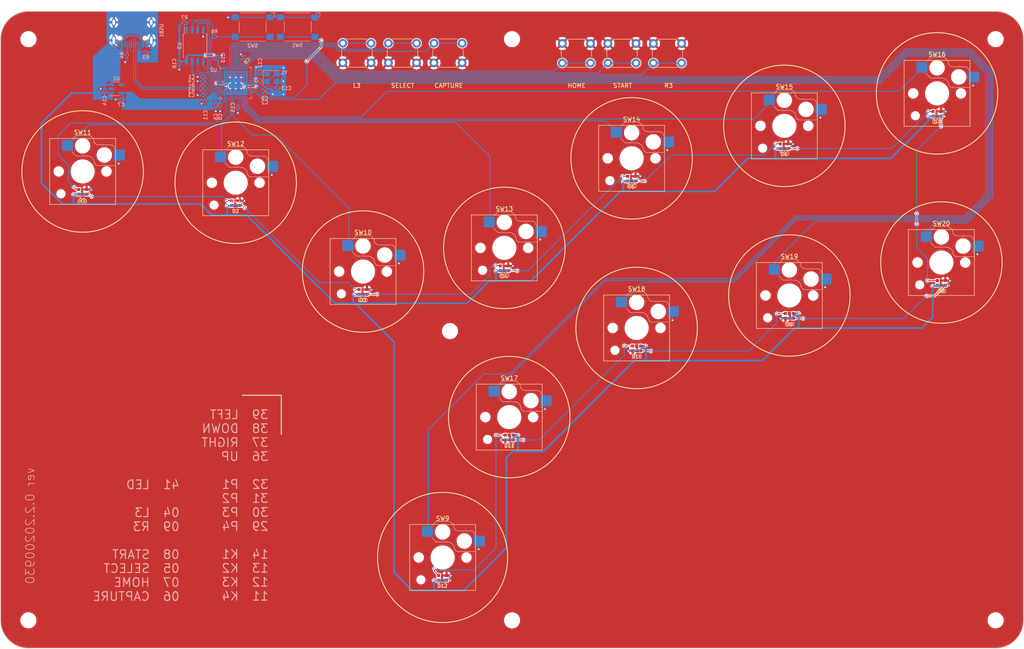
<source format=kicad_pcb>
(kicad_pcb (version 20211014) (generator pcbnew)
  (title_block (title "Ergobox") (date "2022-09-23") (rev "0.1") (company "techlifemusic") (comment 1 "https://github.com/jfedor2/flatbox/tree/master/hardware-rev4") (comment 2 "Based on Flatbox rev 4.") (comment 4 "Hitbox-style fightstick"))
  (layers (0 "F.Cu" signal) (31 "B.Cu" signal) (34 "B.Paste" user) (35 "F.Paste" user) (36 "B.SilkS" user "B.Silkscreen") (37 "F.SilkS" user "F.Silkscreen") (38 "B.Mask" user) (39 "F.Mask" user) (44 "Edge.Cuts" user))
  (net 0 "")
  (net 1 "+1V1")
  (net 2 "GND")
  (net 3 "+3V3")
  (net 4 "XIN")
  (net 5 "Net-(C13-Pad2)")
  (net 6 "+5V")
  (net 7 "LED")
  (net 8 "Net-(D1-Pad1)")
  (net 9 "Net-(D2-Pad1)")
  (net 10 "Net-(D3-Pad1)")
  (net 11 "Net-(D4-Pad1)")
  (net 12 "Net-(D5-Pad1)")
  (net 13 "Net-(D6-Pad1)")
  (net 14 "Net-(D7-Pad1)")
  (net 15 "Net-(D8-Pad1)")
  (net 16 "Net-(D10-Pad3)")
  (net 17 "Net-(D10-Pad1)")
  (net 18 "Net-(D11-Pad1)")
  (net 20 "/D+")
  (net 21 "USB_D+")
  (net 22 "/D-")
  (net 23 "USB_D-")
  (net 24 "Net-(R3-Pad1)")
  (net 25 "Net-(R4-Pad1)")
  (net 26 "XOUT")
  (net 27 "Net-(R6-Pad1)")
  (net 28 "QSPI_SS")
  (net 29 "Net-(SW1-Pad2)")
  (net 30 "BTN_UP")
  (net 31 "BTN_RIGHT")
  (net 32 "BTN_LEFT")
  (net 33 "BTN_DOWN")
  (net 34 "BTN_P1")
  (net 35 "BTN_P2")
  (net 36 "BTN_P3")
  (net 37 "BTN_P4")
  (net 38 "BTN_K1")
  (net 39 "BTN_K2")
  (net 40 "BTN_K3")
  (net 41 "BTN_K4")
  (net 52 "QSPI_SD3")
  (net 53 "QSPI_SCLK")
  (net 54 "QSPI_SD0")
  (net 55 "QSPI_SD2")
  (net 56 "QSPI_SD1")
  (net 60 "BTN_R3")
  (net 61 "BTN_START")
  (net 62 "BTN_HOME")
  (net 63 "BTN_L3")
  (net 64 "BTN_SELECT")
  (net 65 "BTN_CAPTURE")
  (footprint "Kailh Hotswap:SW_Hotswap_Kailh_Choc_V1V2" (layer "F.Cu") (at 177.526054 107.922609)
    (fp_text reference "SW13")
    (fp_text value "Kailh")
  )
  (footprint "Button_Switch_THT:SW_PUSH_6mm_H5mm" (layer "F.Cu") (at 207.9 65.3 180)
    (fp_text reference "SW4" hide)
    (fp_text value "SW_Push")
  )
  (footprint "Button_Switch_THT:SW_PUSH_6mm_H5mm" (layer "F.Cu") (at 197.4 65.3 180)
    (fp_text reference "SW5" hide)
    (fp_text value "SW_Push")
  )
  (footprint "MountingHole:MountingHole_3.2mm_M3" (layer "F.Cu") (at 165 127.1)
    (fp_text reference "H7" hide)
    (fp_text value "MountingHole")
  )
  (footprint "Kailh Hotswap:SW_Hotswap_Kailh_Choc_V1V2" (layer "F.Cu") (at 206.873371 87.269642)
    (fp_text reference "SW14")
    (fp_text value "Kailh")
  )
  (footprint "MountingHole:MountingHole_3.2mm_M3" (layer "F.Cu") (at 179.3 193.8)
    (fp_text reference "H5" hide)
    (fp_text value "MountingHole")
  )
  (footprint "MountingHole:MountingHole_3.2mm_M3" (layer "F.Cu") (at 179.3 59.8)
    (fp_text reference "H2" hide)
    (fp_text value "MountingHole")
  )
  (footprint "MountingHole:MountingHole_3.2mm_M3" (layer "F.Cu") (at 67.8 193.8)
    (fp_text reference "H4" hide)
    (fp_text value "MountingHole")
  )
  (footprint "Kailh Hotswap:SW_Hotswap_Kailh_Choc_V1V2" (layer "F.Cu") (at 144.949119 113.370757)
    (fp_text reference "SW10")
    (fp_text value "Kailh")
  )
  (footprint "Button_Switch_THT:SW_PUSH_6mm_H5mm" (layer "F.Cu") (at 150.8 60.75)
    (fp_text reference "SW7" hide)
    (fp_text value "SW_Push")
  )
  (footprint "Kailh Hotswap:SW_Hotswap_Kailh_Choc_V1V2" (layer "F.Cu") (at 178.66283 146.938858)
    (fp_text reference "SW17")
    (fp_text value "Kailh")
  )
  (footprint "Kailh Hotswap:SW_Hotswap_Kailh_Choc_V1V2" (layer "F.Cu") (at 80.3 90.3)
    (fp_text reference "SW11")
    (fp_text value "Kailh")
  )
  (footprint "Kailh Hotswap:SW_Hotswap_Kailh_Choc_V1V2" (layer "F.Cu") (at 243.244252 118.898885)
    (fp_text reference "SW19")
    (fp_text value "Kailh")
  )
  (footprint "WS2812C-2020:LED_WS2812C-2020" (layer "F.Cu") (at 163.3 184 180)
    (fp_text reference "D12")
    (fp_text value "WS2812C-2020")
  )
  (footprint "Button_Switch_THT:SW_PUSH_6mm_H5mm" (layer "F.Cu") (at 218.4 65.3 180)
    (fp_text reference "SW3" hide)
    (fp_text value "SW_Push")
  )
  (footprint "MountingHole:MountingHole_3.2mm_M3" (layer "F.Cu") (at 290.8 193.8)
    (fp_text reference "H6" hide)
    (fp_text value "MountingHole")
  )
  (footprint "WS2812C-2020:LED_WS2812C-2020" (layer "F.Cu") (at 208.030937 131.083706)
    (fp_text reference "D10")
    (fp_text value "WS2812C-2020")
  )
  (footprint "WS2812C-2020:LED_WS2812C-2020" (layer "F.Cu") (at 243.244252 123.598885)
    (fp_text reference "D9")
    (fp_text value "WS2812C-2020")
  )
  (footprint "MountingHole:MountingHole_3.2mm_M3" (layer "F.Cu") (at 290.8 59.8)
    (fp_text reference "H3" hide)
    (fp_text value "MountingHole")
  )
  (footprint "WS2812C-2020:LED_WS2812C-2020" (layer "F.Cu") (at 80.3 95 180)
    (fp_text reference "D1")
    (fp_text value "WS2812C-2020")
  )
  (footprint "Kailh Hotswap:SW_Hotswap_Kailh_Choc_V1V2" (layer "F.Cu") (at 278.3 111.3)
    (fp_text reference "SW20")
    (fp_text value "Kailh")
  )
  (footprint "WS2812C-2020:LED_WS2812C-2020" (layer "F.Cu") (at 277.3 77 180)
    (fp_text reference "D7")
    (fp_text value "WS2812C-2020")
  )
  (footprint "Kailh Hotswap:SW_Hotswap_Kailh_Choc_V1V2" (layer "F.Cu") (at 163.3 179.3)
    (fp_text reference "SW9")
    (fp_text value "Kailh")
  )
  (footprint "WS2812C-2020:LED_WS2812C-2020" (layer "F.Cu") (at 177.526054 112.622609 180)
    (fp_text reference "D4")
    (fp_text value "WS2812C-2020")
  )
  (footprint "MountingHole:MountingHole_3.2mm_M3" (layer "F.Cu") (at 67.8 59.8)
    (fp_text reference "H1" hide)
    (fp_text value "MountingHole")
  )
  (footprint "WS2812C-2020:LED_WS2812C-2020" (layer "F.Cu") (at 278.3 116 180)
    (fp_text reference "D8")
    (fp_text value "WS2812C-2020")
  )
  (footprint "WS2812C-2020:LED_WS2812C-2020" (layer "F.Cu") (at 242.086683 84.484821 180)
    (fp_text reference "D6")
    (fp_text value "WS2812C-2020")
  )
  (footprint "Kailh Hotswap:SW_Hotswap_Kailh_Choc_V1V2" (layer "F.Cu") (at 115.6 92.9)
    (fp_text reference "SW12")
    (fp_text value "Kailh")
  )
  (footprint "Kailh Hotswap:SW_Hotswap_Kailh_Choc_V1V2" (layer "F.Cu") (at 208.030937 126.383706)
    (fp_text reference "SW18")
    (fp_text value "Kailh")
  )
  (footprint "Kailh Hotswap:SW_Hotswap_Kailh_Choc_V1V2" (layer "F.Cu") (at 277.3 72.3)
    (fp_text reference "SW16")
    (fp_text value "Kailh")
  )
  (footprint "WS2812C-2020:LED_WS2812C-2020" (layer "F.Cu") (at 178.66283 151.638858)
    (fp_text reference "D11")
    (fp_text value "WS2812C-2020")
  )
  (footprint "WS2812C-2020:LED_WS2812C-2020" (layer "F.Cu") (at 206.873371 91.969642 180)
    (fp_text reference "D5")
    (fp_text value "WS2812C-2020")
  )
  (footprint "WS2812C-2020:LED_WS2812C-2020" (layer "F.Cu") (at 144.949119 118.070757 180)
    (fp_text reference "D3")
    (fp_text value "WS2812C-2020")
  )
  (footprint "WS2812C-2020:LED_WS2812C-2020" (layer "F.Cu") (at 115.6 97.6 180)
    (fp_text reference "D2")
    (fp_text value "WS2812C-2020")
  )
  (footprint "Button_Switch_THT:SW_PUSH_6mm_H5mm" (layer "F.Cu") (at 161.3 60.75)
    (fp_text reference "SW8" hide)
    (fp_text value "SW_Push")
  )
  (footprint "Button_Switch_THT:SW_PUSH_6mm_H5mm" (layer "F.Cu") (at 140.3 60.75)
    (fp_text reference "SW6" hide)
    (fp_text value "SW_Push")
  )
  (footprint "Kailh Hotswap:SW_Hotswap_Kailh_Choc_V1V2" (layer "F.Cu") (at 242.086683 79.784821)
    (fp_text reference "SW15")
    (fp_text value "Kailh")
  )
  (footprint "Capacitor_SMD:C_0402_1005Metric" (layer "B.Cu") (at 242.1 85)
    (fp_text reference "C27")
    (fp_text value "100nF")
  )
  (footprint "Button_Switch_SMD:SW_SPST_Omron_B3FS-100xP" (layer "B.Cu") (at 119.5 57 180)
    (fp_text reference "SW2")
    (fp_text value "SW_Push")
  )
  (footprint "Capacitor_SMD:C_0402_1005Metric" (layer "B.Cu") (at 108.1 69.5 180)
    (fp_text reference "C4")
    (fp_text value "100n")
  )
  (footprint "Resistor_SMD:R_0402_1005Metric" (layer "B.Cu") (at 121.2 69.475 90)
    (fp_text reference "R5")
    (fp_text value "1k")
  )
  (footprint "Button_Switch_SMD:SW_SPST_Omron_B3FS-100xP" (layer "B.Cu") (at 129.9 57 180)
    (fp_text reference "SW1")
    (fp_text value "SW_Push")
  )
  (footprint "Package_TO_SOT_SMD:SOT-23-5" (layer "B.Cu") (at 88.0625 71.25)
    (fp_text reference "U1")
    (fp_text value "TLV73333PDBV")
  )
  (footprint "Capacitor_SMD:C_0402_1005Metric" (layer "B.Cu") (at 277.3 77.6)
    (fp_text reference "C20")
    (fp_text value "100nF")
  )
  (footprint "Capacitor_SMD:C_0402_1005Metric" (layer "B.Cu") (at 85.3625 71.725 90)
    (fp_text reference "C14")
    (fp_text value "1u")
  )
  (footprint "Capacitor_SMD:C_0402_1005Metric" (layer "B.Cu") (at 102.6 65.4 -90)
    (fp_text reference "C16")
    (fp_text value "100n")
  )
  (footprint "Capacitor_SMD:C_0402_1005Metric" (layer "B.Cu") (at 108.1 72.7 180)
    (fp_text reference "C3")
    (fp_text value "1u")
  )
  (footprint "RP2040:RP2040-QFN-56" (layer "B.Cu") (at 115.6 69.9 -90)
    (fp_text reference "U2")
    (fp_text value "RP2040")
  )
  (footprint "Capacitor_SMD:C_0402_1005Metric" (layer "B.Cu") (at 112 75.1 -90)
    (fp_text reference "C5")
    (fp_text value "100n")
  )
  (footprint "Capacitor_SMD:C_0402_1005Metric" (layer "B.Cu") (at 116.1 75.52 -90)
    (fp_text reference "C15")
    (fp_text value "1u")
  )
  (footprint "Capacitor_SMD:C_0402_1005Metric" (layer "B.Cu") (at 121.2 67.4 -90)
    (fp_text reference "C12")
    (fp_text value "30p")
  )
  (footprint "Capacitor_SMD:C_0402_1005Metric" (layer "B.Cu") (at 208.1 131.7)
    (fp_text reference "C22")
    (fp_text value "100nF")
  )
  (footprint "Capacitor_SMD:C_0402_1005Metric" (layer "B.Cu") (at 80.2 95.6)
    (fp_text reference "C25")
    (fp_text value "100nF")
  )
  (footprint "Resistor_SMD:R_0402_1005Metric" (layer "B.Cu") (at 110.7 59.2 180)
    (fp_text reference "R6")
    (fp_text value "1k")
  )
  (footprint "Resistor_SMD:R_0402_1005Metric" (layer "B.Cu") (at 90.55 63.5 -90)
    (fp_text reference "R4")
    (fp_text value "5.1k")
  )
  (footprint "Capacitor_SMD:C_0402_1005Metric" (layer "B.Cu") (at 243.2 124.2 180)
    (fp_text reference "C18")
    (fp_text value "100nF")
  )
  (footprint "Capacitor_SMD:C_0402_1005Metric" (layer "B.Cu") (at 122.3 72.3)
    (fp_text reference "C2")
    (fp_text value "100n")
  )
  (footprint "Capacitor_SMD:C_0402_1005Metric" (layer "B.Cu") (at 178.7 152.2)
    (fp_text reference "C23")
    (fp_text value "100nF")
  )
  (footprint "Resistor_SMD:R_0402_1005Metric" (layer "B.Cu") (at 108.1 70.55 180)
    (fp_text reference "R1")
    (fp_text value "27")
  )
  (footprint "Resistor_SMD:R_0402_1005Metric" (layer "B.Cu") (at 108.1 71.65 180)
    (fp_text reference "R2")
    (fp_text value "27")
  )
  (footprint "Capacitor_SMD:C_0402_1005Metric" (layer "B.Cu") (at 163.2 184.6)
    (fp_text reference "C17")
    (fp_text value "100nF")
  )
  (footprint "Capacitor_SMD:C_0402_1005Metric" (layer "B.Cu") (at 89.2 73.7 180)
    (fp_text reference "C7")
    (fp_text value "100n")
  )
  (footprint "Capacitor_SMD:C_0402_1005Metric" (layer "B.Cu") (at 144.9 118.6)
    (fp_text reference "C19")
    (fp_text value "100nF")
  )
  (footprint "Capacitor_SMD:C_0402_1005Metric" (layer "B.Cu") (at 108.1 68.5 180)
    (fp_text reference "C1")
    (fp_text value "100n")
  )
  (footprint "Resistor_SMD:R_0402_1005Metric" (layer "B.Cu") (at 94.9 62.8)
    (fp_text reference "R3")
    (fp_text value "5.1k")
  )
  (footprint "Capacitor_SMD:C_0402_1005Metric" (layer "B.Cu") (at 278.3 116.6 180)
    (fp_text reference "C24")
    (fp_text value "100nF")
  )
  (footprint "Capacitor_SMD:C_0402_1005Metric" (layer "B.Cu") (at 125.1 71 180)
    (fp_text reference "C13")
    (fp_text value "30p")
  )
  (footprint "Capacitor_SMD:C_0402_1005Metric" (layer "B.Cu") (at 117.4 64 45)
    (fp_text reference "C8")
    (fp_text value "100n")
  )
  (footprint "Crystal:Crystal_SMD_3225-4Pin_3.2x2.5mm" (layer "B.Cu") (at 123.9 68.7)
    (fp_text reference "Y1")
    (fp_text value "Crystal_GND24")
  )
  (footprint "Capacitor_SMD:C_0402_1005Metric" (layer "B.Cu") (at 177.5 113.2)
    (fp_text reference "C28")
    (fp_text value "100nF")
  )
  (footprint "Capacitor_SMD:C_0402_1005Metric" (layer "B.Cu") (at 111 75.1 -90)
    (fp_text reference "C6")
    (fp_text value "100n")
  )
  (footprint "Capacitor_SMD:C_0402_1005Metric" (layer "B.Cu") (at 111.5 64.1 90)
    (fp_text reference "C10")
    (fp_text value "100n")
  )
  (footprint "Capacitor_SMD:C_0402_1005Metric" (layer "B.Cu") (at 115.5 98.2 180)
    (fp_text reference "C21")
    (fp_text value "100nF")
  )
  (footprint "Capacitor_SMD:C_0402_1005Metric" (layer "B.Cu") (at 122.3 71.3)
    (fp_text reference "C9")
    (fp_text value "100n")
  )
  (footprint "Capacitor_SMD:C_0402_1005Metric" (layer "B.Cu") (at 108.525 74.2 -90)
    (fp_text reference "C11")
    (fp_text value "1u")
  )
  (footprint "Resistor_SMD:R_0402_1005Metric" (layer "B.Cu") (at 103.8 56 180)
    (fp_text reference "R7")
    (fp_text value "10k")
  )
  (footprint "Package_SO:SOIC-8_5.23x5.23mm_P1.27mm" (layer "B.Cu") (at 106.2 61.3 -90)
    (fp_text reference "U3")
    (fp_text value "W25Q128JVS")
  )
  (footprint "USB-C:HRO-TYPE-C-31-M-12" (layer "B.Cu") (at 91.8 53.315)
    (fp_text reference "USB1")
    (fp_text value "HRO-TYPE-C-31-M-12")
  )
  (footprint "Capacitor_SMD:C_0402_1005Metric" (layer "B.Cu") (at 206.9 92.5)
    (fp_text reference "C26")
    (fp_text value "100nF")
  )
  (gr_line (start 126.1 150.9) (end 126.1 141.9) (layer "B.SilkS") (width 0.3))
  (gr_line (start 126.1 141.9) (end 117.1 141.9) (layer "B.SilkS") (width 0.3))
  (gr_circle (center 178.66283 146.938858) (end 192.66283 146.938858) (layer "F.SilkS") (width 0.2) (fill none))
  (gr_circle (center 278.3 111.3) (end 292.3 111.3) (layer "F.SilkS") (width 0.2) (fill none))
  (gr_circle (center 242.086683 79.784821) (end 256.086683 79.784821) (layer "F.SilkS") (width 0.2) (fill none))
  (gr_circle (center 144.949119 113.370757) (end 158.949119 113.370757) (layer "F.SilkS") (width 0.2) (fill none))
  (gr_circle (center 80.3 90.3) (end 94.3 90.3) (layer "F.SilkS") (width 0.2) (fill none))
  (gr_circle (center 206.873371 87.269642) (end 220.873371 87.269642) (layer "F.SilkS") (width 0.2) (fill none))
  (gr_circle (center 115.6 92.9) (end 129.6 92.9) (layer "F.SilkS") (width 0.2) (fill none))
  (gr_circle (center 243.244252 118.898885) (end 257.244252 118.898885) (layer "F.SilkS") (width 0.2) (fill none))
  (gr_circle (center 277.3 72.3) (end 291.3 72.3) (layer "F.SilkS") (width 0.2) (fill none))
  (gr_circle (center 177.526054 107.922609) (end 191.526054 107.922609) (layer "F.SilkS") (width 0.2) (fill none))
  (gr_circle (center 163.3 179.3) (end 178.3 179.3) (layer "F.SilkS") (width 0.2) (fill none))
  (gr_circle (center 208.030937 126.383706) (end 222.030937 126.383706) (layer "F.SilkS") (width 0.2) (fill none))
  (gr_arc locked (start 290.8 53.3) (mid 295.396194 55.203806) (end 297.3 59.8) (layer "Edge.Cuts") (width 0.1))
  (gr_line locked (start 67.8 200.3) (end 290.8 200.3) (layer "Edge.Cuts") (width 0.1))
  (gr_line locked (start 61.3 193.8) (end 61.3 59.8) (layer "Edge.Cuts") (width 0.1))
  (gr_line locked (start 290.8 53.3) (end 67.8 53.3) (layer "Edge.Cuts") (width 0.1))
  (gr_line locked (start 297.3 193.8) (end 297.3 59.8) (layer "Edge.Cuts") (width 0.1))
  (gr_arc locked (start 61.3 59.8) (mid 63.203806 55.203806) (end 67.8 53.3) (layer "Edge.Cuts") (width 0.1))
  (gr_arc locked (start 67.8 200.3) (mid 63.203806 198.396194) (end 61.3 193.8) (layer "Edge.Cuts") (width 0.1))
  (gr_arc locked (start 297.3 193.8) (mid 295.396194 198.396194) (end 290.8 200.3) (layer "Edge.Cuts") (width 0.1))
  (gr_text "39  LEFT\n38  DOWN\n37  RIGHT\n36  UP\n\n32  P1\n31  P2\n30  P3\n29  P4\n\n14  K1\n13  K2\n12  K3\n11  K4\n\n" (at 123.3 168.9) (layer "B.SilkS") (effects (font (size 2 2) (thickness 0.25)) (justify left mirror)))
  (gr_text "ver 0.2.20200930" (at 68.2 172 90) (layer "B.SilkS") (effects (font (size 2 2)) (justify mirror)))
  (gr_text "41  LED\n\n04  L3\n09  R3\n\n08  START\n05  SELECT\n07  HOME\n06  CAPTURE" (at 102.8 175.4) (layer "B.SilkS") (effects (font (size 2 2) (thickness 0.25)) (justify left mirror)))
  (gr_text "R3" (at 215.4 70.5) (layer "F.SilkS") (effects (font (size 1 1))))
  (gr_text "HOME" (at 194.2 70.5) (layer "F.SilkS") (effects (font (size 1 1))))
  (gr_text "SELECT" (at 154.1 70.5) (layer "F.SilkS") (effects (font (size 1 1))))
  (gr_text "CAPTURE" (at 164.7 70.5) (layer "F.SilkS") (effects (font (size 1 1))))
  (gr_text "START" (at 204.8 70.5) (layer "F.SilkS") (effects (font (size 1 1))))
  (gr_text "L3" (at 143.5 70.5) (layer "F.SilkS") (effects (font (size 1 1))))
  (segment (start 112.828851 69.9505) (end 113.5505 70.672149) (width 0.4) (layer "F.Cu") (net 1))
  (segment (start 120.2 70.7) (end 117.6495 70.7) (width 0.4) (layer "F.Cu") (net 1))
  (segment (start 111.034316 69.9505) (end 112.828851 69.9505) (width 0.4) (layer "F.Cu") (net 1))
  (via (at 120.2 70.7) (size 0.6) (drill 0.35) (layers "F.Cu" "B.Cu") (net 1))
  (via (at 117.6495 70.7) (size 0.6) (drill 0.35) (layers "F.Cu" "B.Cu") (net 1))
  (via (at 113.5505 70.672149) (size 0.6) (drill 0.35) (layers "F.Cu" "B.Cu") (net 1))
  (via (at 111.034316 69.9505) (size 0.6) (drill 0.35) (layers "F.Cu" "B.Cu") (net 1))
  (segment (start 112.1625 71.7) (end 112.9 71.7) (width 0.2) (layer "B.Cu") (net 1))
  (segment (start 111.284816 69.7) (end 111.034316 69.9505) (width 0.2) (layer "B.Cu") (net 1))
  (segment (start 109.58 71.7) (end 108.58 72.7) (width 0.2) (layer "B.Cu") (net 1))
  (segment (start 110.0305 69.9505) (end 108.58 68.5) (width 0.2) (layer "B.Cu") (net 1))
  (segment (start 112.9 71.7) (end 113 71.6) (width 0.2) (layer "B.Cu") (net 1))
  (segment (start 112.1625 71.7) (end 109.58 71.7) (width 0.2) (layer "B.Cu") (net 1))
  (segment (start 111.034316 69.9505) (end 110.0305 69.9505) (width 0.2) (layer "B.Cu") (net 1))
  (segment (start 120 70.5) (end 120.2 70.7) (width 0.2) (layer "B.Cu") (net 1))
  (segment (start 112.1625 69.7) (end 111.284816 69.7) (width 0.2) (layer "B.Cu") (net 1))
  (segment (start 113 71.6) (end 113.2 71.4) (width 0.2) (layer "B.Cu") (net 1))
  (segment (start 120.2 70.7) (end 121.8 72.3) (width 0.2) (layer "B.Cu") (net 1))
  (segment (start 119.0375 70.5) (end 120 70.5) (width 0.2) (layer "B.Cu") (net 1))
  (via (at 244.1 84) (size 0.6) (drill 0.35) (layers "F.Cu" "B.Cu") (net 2))
  (via (at 146.9 117.6) (size 0.6) (drill 0.35) (layers "F.Cu" "B.Cu") (net 2))
  (via (at 126.6 72.5) (size 0.6) (drill 0.35) (layers "F.Cu" "B.Cu") (net 2))
  (via (at 208.9 91.4) (size 0.6) (drill 0.35) (layers "F.Cu" "B.Cu") (net 2))
  (via (at 123.9 91.1) (size 0.6) (drill 0.35) (layers "F.Cu" "B.Cu") (net 2))
  (via (at 185.8 106) (size 0.6) (drill 0.35) (layers "F.Cu" "B.Cu") (net 2))
  (via (at 107.7 74.7) (size 0.6) (drill 0.35) (layers "F.Cu" "B.Cu") (net 2))
  (via (at 126.6 66.4) (size 0.6) (drill 0.35) (layers "F.Cu" "B.Cu") (net 2))
  (via (at 117.6 97.1) (size 0.6) (drill 0.35) (layers "F.Cu" "B.Cu") (net 2))
  (via (at 286.6 109.4) (size 0.6) (drill 0.35) (layers "F.Cu" "B.Cu") (net 2))
  (via (at 241.2 124.2) (size 0.6) (drill 0.35) (layers "F.Cu" "B.Cu") (net 2))
  (via (at 216.3 124.6) (size 0.6) (drill 0.35) (layers "F.Cu" "B.Cu") (net 2))
  (via (at 112.4 63.6) (size 0.6) (drill 0.35) (layers "F.Cu" "B.Cu") (net 2))
  (via (at 165.2 183.5) (size 0.6) (drill 0.35) (layers "F.Cu" "B.Cu") (net 2))
  (via (at 176.7 152.2) (size 0.6) (drill 0.35) (layers "F.Cu" "B.Cu") (net 2))
  (via (at 112 76.4) (size 0.6) (drill 0.35) (layers "F.Cu" "B.Cu") (net 2))
  (via (at 124.1 72.5) (size 0.6) (drill 0.35) (layers "F.Cu" "B.Cu") (net 2))
  (via (at 280.3 115.5) (size 0.6) (drill 0.35) (layers "F.Cu" "B.Cu") (net 2))
  (via (at 111 76.4) (size 0.6) (drill 0.35) (layers "F.Cu" "B.Cu") (net 2))
  (via (at 106.8 68.5) (size 0.6) (drill 0.35) (layers "F.Cu" "B.Cu") (net 2))
  (via (at 250.4 77.9) (size 0.6) (drill 0.35) (layers "F.Cu" "B.Cu") (net 2))
  (via (at 90.1 65.1) (size 0.6) (drill 0.35) (layers "F.Cu" "B.Cu") (net 2))
  (via (at 116.7995 63.3) (size 0.6) (drill 0.35) (layers "F.Cu" "B.Cu") (net 2))
  (via (at 215.1 85.4) (size 0.6) (drill 0.35) (layers "F.Cu" "B.Cu") (net 2))
  (via (at 88.6 88.5) (size 0.6) (drill 0.35) (layers "F.Cu" "B.Cu") (net 2))
  (via (at 171.6 177.4) (size 0.6) (drill 0.35) (layers "F.Cu" "B.Cu") (net 2))
  (via (at 84.4625 71.25) (size 0.6) (drill 0.35) (layers "F.Cu" "B.Cu") (net 2))
  (via (at 186.9 145.1) (size 0.6) (drill 0.35) (layers "F.Cu" "B.Cu") (net 2))
  (via (at 82.3 94.5) (size 0.6) (drill 0.35) (layers "F.Cu" "B.Cu") (net 2))
  (via (at 87.9 73.7) (size 0.6) (drill 0.35) (layers "F.Cu" "B.Cu") (net 2))
  (via (at 116.1 76.82) (size 0.6) (drill 0.35) (layers "F.Cu" "B.Cu") (net 2))
  (via (at 279.3 76.5) (size 0.6) (drill 0.35) (layers "F.Cu" "B.Cu") (net 2))
  (via (at 102.6 66.8) (size 0.6) (drill 0.35) (layers "F.Cu" "B.Cu") (net 2))
  (via (at 113.8 54.8) (size 0.6) (drill 0.35) (layers "F.Cu" "B.Cu") (net 2))
  (via (at 179.5 112.1) (size 0.6) (drill 0.35) (layers "F.Cu" "B.Cu") (net 2))
  (via (at 251.5 117) (size 0.6) (drill 0.35) (layers "F.Cu" "B.Cu") (net 2))
  (via (at 106.8 69.5) (size 0.6) (drill 0.35) (layers "F.Cu" "B.Cu") (net 2))
  (via (at 106.8 72.7) (size 0.6) (drill 0.35) (layers "F.Cu" "B.Cu") (net 2))
  (via (at 153.2 111.5) (size 0.6) (drill 0.35) (layers "F.Cu" "B.Cu") (net 2))
  (via (at 206.1 131.7) (size 0.6) (drill 0.35) (layers "F.Cu" "B.Cu") (net 2))
  (via (at 126.6 69.5) (size 0.6) (drill 0.35) (layers "F.Cu" "B.Cu") (net 2))
  (via (at 120.3 66.3) (size 0.6) (drill 0.35) (layers "F.Cu" "B.Cu") (net 2))
  (via (at 108.1 59.2) (size 0.6) (drill 0.35) (layers "F.Cu" "B.Cu") (net 2))
  (via (at 285.6 70.5) (size 0.6) (drill 0.35) (layers "F.Cu" "B.Cu") (net 2))
  (segment (start 117.739411 63.660589) (end 117.160089 63.660589) (width 0.2) (layer "B.Cu") (net 2))
  (segment (start 88.72 73.7) (end 87.9 73.7) (width 0.2) (layer "B.Cu") (net 2))
  (segment (start 250.361683 76.034821) (end 250.361683 77.861683) (width 0.2) (layer "B.Cu") (net 2))
  (segment (start 121.2 66.92) (end 121.28 66.92) (width 0.2) (layer "B.Cu") (net 2))
  (segment (start 277.78 77.6) (end 278.2 77.6) (width 0.2) (layer "B.Cu") (net 2))
  (segment (start 286.575 107.55) (end 286.575 109.375) (width 0.2) (layer "B.Cu") (net 2))
  (segment (start 90.55 64.01) (end 90.55 64.65) (width 0.2) (layer "B.Cu") (net 2))
  (segment (start 177.98 113.2) (end 178.4 113.2) (width 0.2) (layer "B.Cu") (net 2))
  (segment (start 145.9 118.6) (end 146.9 117.6) (width 0.2) (layer "B.Cu") (net 2))
  (segment (start 164.1 184.6) (end 165.2 183.5) (width 0.2) (layer "B.Cu") (net 2))
  (segment (start 125.9 54.75) (end 123.5 54.75) (width 0.2) (layer "B.Cu") (net 2))
  (segment (start 123.85 66.7) (end 125 67.85) (width 0.2) (layer "B.Cu") (net 2))
  (segment (start 102.6 65.88) (end 102.6 66.8) (width 0.2) (layer "B.Cu") (net 2))
  (segment (start 285.575 68.55) (end 285.575 70.475) (width 0.2) (layer "B.Cu") (net 2))
  (segment (start 123 69.55) (end 124.7 67.85) (width 0.3) (layer "B.Cu") (net 2))
  (segment (start 215.148371 85.351629) (end 215.1 85.4) (width 0.2) (layer "B.Cu") (net 2))
  (segment (start 108.105 59.195) (end 108.1 59.2) (width 0.2) (layer "B.Cu") (net 2))
  (segment (start 286.575 109.375) (end 286.6 109.4) (width 0.2) (layer "B.Cu") (net 2))
  (segment (start 121.28 66.92) (end 121.5 66.7) (width 0.2) (layer "B.Cu") (net 2))
  (segment (start 85.3675 71.25) (end 85.3625 71.245) (width 0.2) (layer "B.Cu") (net 2))
  (segment (start 119.614314 68.9) (end 119.614314 68.885686) (width 0.2) (layer "B.Cu") (net 2))
  (segment (start 216.305937 124.594063) (end 216.3 124.6) (width 0.2) (layer "B.Cu") (net 2))
  (segment (start 251.519252 115.148885) (end 251.519252 116.980748) (width 0.2) (layer "B.Cu") (net 2))
  (segment (start 116.5 98.2) (end 117.6 97.1) (width 0.2) (layer "B.Cu") (net 2))
  (segment (start 120.18 66.92) (end 121.2 66.92) (width 0.2) (layer "B.Cu") (net 2))
  (segment (start 285.575 70.475) (end 285.6 70.5) (width 0.2) (layer "B.Cu") (net 2))
  (segment (start 107.72 74.68) (end 107.7 74.7) (width 0.2) (layer "B.Cu") (net 2))
  (segment (start 133.9 54.75) (end 125.9 54.75) (width 0.2) (layer "B.Cu") (net 2))
  (segment (start 119.614314 68.885686) (end 120.1 68.4) (width 0.2) (layer "B.Cu") (net 2))
  (segment (start 215.148371 83.519642) (end 215.148371 85.351629) (width 0.2) (layer "B.Cu") (net 2))
  (segment (start 250.361683 77.861683) (end 250.4 77.9) (width 0.2) (layer "B.Cu") (net 2))
  (segment (start 171.575 175.55) (end 171.575 177.375) (width 0.2) (layer "B.Cu") (net 2))
  (segment (start 120.1 67) (end 120.18 66.92) (width 0.2) (layer "B.Cu") (net 2))
  (segment (start 117.160089 63.660589) (end 116.7995 63.3) (width 0.2) (layer "B.Cu") (net 2))
  (segment (start 185.801054 105.998946) (end 185.8 106) (width 0.2) (layer "B.Cu") (net 2))
  (segment (start 108.525 74.68) (end 107.72 74.68) (width 0.2) (layer "B.Cu") (net 2))
  (segment (start 107.62 72.7) (end 106.8 72.7) (width 0.2) (layer "B.Cu") (net 2))
  (segment (start 186.93783 145.06217) (end 186.9 145.1) (width 0.2) (layer "B.Cu") (net 2))
  (segment (start 251.519252 116.980748) (end 251.5 117) (width 0.2) (layer "B.Cu") (net 2))
  (segment (start 171.575 177.375) (end 171.6 177.4) (width 0.2) (layer "B.Cu") (net 2))
  (segment (start 121.5 66.7) (end 123.85 66.7) (width 0.2) (layer "B.Cu") (net 2))
  (segment (start 107.62 68.5) (end 106.8 68.5) (width 0.2) (layer "B.Cu") (net 2))
  (segment (start 242.72 124.2) (end 241.2 124.2) (width 0.2) (layer "B.Cu") (net 2))
  (segment (start 84.4675 71.245) (end 84.4625 71.25) (width 0.2) (layer "B.Cu") (net 2))
  (segment (start 178.4 113.2) (end 179.5 112.1) (width 0.2) (layer "B.Cu") (net 2))
  (segment (start 207.38 92.5) (end 207.8 92.5) (width 0.2) (layer "B.Cu") (net 2))
  (segment (start 115.98 98.2) (end 116.5 98.2) (width 0.2) (layer "B.Cu") (net 2))
  (segment (start 123.5 54.75) (end 115.5 54.75) (width 0.2) (layer "B.Cu") (net 2))
  (segment (start 112.38 63.62) (end 112.4 63.6) (width 0.2) (layer "B.Cu") (net 2))
  (segment (start 123.875 91.075) (end 123.9 91.1) (width 0.2) (layer "B.Cu") (net 2))
  (segment (start 145.38 118.6) (end 145.9 118.6) (width 0.2) (layer "B.Cu") (net 2))
  (segment (start 278.78 116.6) (end 279.2 116.6) (width 0.2) (layer "B.Cu") (net 2))
  (segment (start 86.925 71.25) (end 85.3675 71.25) (width 0.2) (layer "B.Cu") (net 2))
  (segment (start 185.801054 104.172609) (end 185.801054 105.998946) (width 0.2) (layer "B.Cu") (net 2))
  (segment (start 119.0375 68.9) (end 119.614314 68.9) (width 0.2) (layer "B.Cu") (net 2))
  (segment (start 116.1 76) (end 116.1 76.82) (width 0.2) (layer "B.Cu") (net 2))
  (segment (start 95.025 61.01) (end 95.205 61.01) (width 0.2) (layer "B.Cu") (net 2))
  (segment (start 85.3625 71.245) (end 84.4675 71.245) (width 0.2) (layer "B.Cu") (net 2))
  (segment (start 111 75.58) (end 111 76.4) (width 0.2) (layer "B.Cu") (net 2))
  (segment (start 124.7 67.85) (end 125 67.85) (width 0.2) (layer "B.Cu") (net 2))
  (segment (start 279.2 116.6) (end 280.3 115.5) (width 0.2) (layer "B.Cu") (net 2))
  (segment (start 88.575 61.01) (end 88.395 61.01) (width 0.2) (layer "B.Cu") (net 2))
  (segment (start 123.875 89.15) (end 123.875 91.075) (width 0.2) (layer "B.Cu") (net 2))
  (segment (start 207.8 92.5) (end 208.9 91.4) (width 0.2) (layer "B.Cu") (net 2))
  (segment (start 243.1 85) (end 244.1 84) (width 0.2) (layer "B.Cu") (net 2))
  (segment (start 207.62 131.7) (end 206.1 131.7) (width 0.2) (layer "B.Cu") (net 2))
  (segment (start 163.68 184.6) (end 164.1 184.6) (width 0.2) (layer "B.Cu") (net 2))
  (segment (start 115.5 54.75) (end 113.85 54.75) (width 0.2) (layer "B.Cu") (net 2))
  (segment (start 113.85 54.75) (end 113.8 54.8) (width 0.2) (layer "B.Cu") (net 2))
  (segment (start 242.58 85) (end 243.1 85) (width 0.2) (layer "B.Cu") (net 2))
  (segment (start 178.22 152.2) (end 176.7 152.2) (width 0.2) (layer "B.Cu") (net 2))
  (segment (start 88.395 61.01) (end 87.48 60.095) (width 0.4) (layer "B.Cu") (net 2))
  (segment (start 120.1 68.4) (end 120.1 67) (width 0.2) (layer "B.Cu") (net 2))
  (segment (start 153.224119 111.475881) (end 153.2 111.5) (width 0.2) (layer "B.Cu") (net 2))
  (segment (start 111.5 63.62) (end 112.38 63.62) (width 0.2) (layer "B.Cu") (net 2))
  (segment (start 153.224119 109.620757) (end 153.224119 111.475881) (width 0.2) (layer "B.Cu") (net 2))
  (segment (start 216.305937 122.633706) (end 216.305937 124.594063) (width 0.2) (layer "B.Cu") (net 2))
  (segment (start 88.575 88.475) (end 88.6 88.5) (width 0.2) (layer "B.Cu") (net 2))
  (segment (start 90.55 64.65) (end 90.1 65.1) (width 0.2) (layer "B.Cu") (net 2))
  (segment (start 186.93783 143.188858) (end 186.93783 145.06217) (width 0.2) (layer "B.Cu") (net 2))
  (segment (start 81.2 95.6) (end 82.3 94.5) (width 0.2) (layer "B.Cu") (net 2))
  (segment (start 278.2 77.6) (end 279.3 76.5) (width 0.2) (layer "B.Cu") (net 2))
  (segment (start 88.575 86.55) (end 88.575 88.475) (width 0.2) (layer "B.Cu") (net 2))
  (segment (start 112 75.58) (end 112 76.4) (width 0.2) (layer "B.Cu") (net 2))
  (segment (start 80.68 95.6) (end 81.2 95.6) (width 0.2) (layer "B.Cu") (net 2))
  (segment (start 108.105 57.7) (end 108.105 59.195) (width 0.2) (layer "B.Cu") (net 2))
  (segment (start 95.205 61.01) (end 96.12 60.095) (width 0.4) (layer "B.Cu") (net 2))
  (segment (start 107.62 69.5) (end 106.8 69.5) (width 0.2) (layer "B.Cu") (net 2))
  (segment (start 110.5 63.5) (end 108.5005 63.5) (width 0.4) (layer "F.Cu") (net 3))
  (via (at 108.5005 63.5) (size 0.6) (drill 0.35) (layers "F.Cu" "B.Cu") (net 3))
  (via (at 110.5 63.5) (size 0.6) (drill 0.35) (layers "F.Cu" "B.Cu") (net 3))
  (segment (start 111.3 70.5) (end 109.58 70.5) (width 0.2) (layer "B.Cu") (net 3))
  (segment (start 113 72.5) (end 113 73.3375) (width 0.2) (layer "B.Cu") (net 3))
  (segment (start 108.525 73.72) (end 89.8 73.72) (width 0.2) (layer "B.Cu") (net 3))
  (segment (start 112.1 66.4) (end 112.2 66.5) (width 0.4) (layer "B.Cu") (net 3))
  (segment (start 113 73.3375) (end 113 74.2) (width 0.2) (layer "B.Cu") (net 3))
  (segment (start 116.6 66.4625) (end 116.6 64.8) (width 0.2) (layer "B.Cu") (net 3))
  (segment (start 109.58 70.5) (end 108.58 69.5) (width 0.2) (layer "B.Cu") (net 3))
  (segment (start 111.5 64.58) (end 111.5 65.8) (width 0.4) (layer "B.Cu") (net 3))
  (segment (start 112.8 70.5) (end 113 70.3) (width 0.2) (layer "B.Cu") (net 3))
  (segment (start 112.2 66.5) (end 112.9 66.5) (width 0.4) (layer "B.Cu") (net 3))
  (segment (start 111.7 70.1) (end 111.3 70.5) (width 0.2) (layer "B.Cu") (net 3))
  (segment (start 110.5 64.3) (end 110.5 63.5) (width 0.4) (layer "B.Cu") (net 3))
  (segment (start 102.62 64.9) (end 102.6 64.92) (width 0.4) (layer "B.Cu") (net 3))
  (segment (start 104.295 63.805) (end 104.295 64.9) (width 0.4) (layer "B.Cu") (net 3))
  (segment (start 113 74.2) (end 112.58 74.62) (width 0.2) (layer "B.Cu") (net 3))
  (segment (start 112.1625 72.5) (end 113 72.5) (width 0.2) (layer "B.Cu") (net 3))
  (segment (start 112.1625 72.1) (end 113 72.1) (width 0.2) (layer "B.Cu") (net 3))
  (segment (start 116.6 73.3375) (end 116.6 72.5) (width 0.2) (layer "B.Cu") (net 3))
  (segment (start 89.2 72.2) (end 89.2 72.5) (width 0.3) (layer "B.Cu") (net 3))
  (segment (start 120.379817 70.1) (end 121.579817 71.3) (width 0.2) (layer "B.Cu") (net 3))
  (segment (start 111.5 65.8) (end 112.1 66.4) (width 0.4) (layer "B.Cu") (net 3))
  (segment (start 89.8 73.72) (end 89.68 73.6) (width 0.2) (layer "B.Cu") (net 3))
  (segment (start 116.6 66.4625) (end 116.6 67.3) (width 0.2) (layer "B.Cu") (net 3))
  (segment (start 112.1625 72.5) (end 111.5 72.5) (width 0.2) (layer "B.Cu") (net 3))
  (segment (start 116.6 73.9) (end 116.1 74.4) (width 0.2) (layer "B.Cu") (net 3))
  (segment (start 104.295 64.9) (end 102.62 64.9) (width 0.4) (layer "B.Cu") (net 3))
  (segment (start 116.6 73.3375) (end 116.6 73.9) (width 0.2) (layer "B.Cu") (net 3))
  (segment (start 104.6 63.5) (end 104.295 63.805) (width 0.4) (layer "B.Cu") (net 3))
  (segment (start 89.2 72.5) (end 89.7 73) (width 0.3) (layer "B.Cu") (net 3))
  (segment (start 102.6 64.92) (end 102.6 56.69) (width 0.4) (layer "B.Cu") (net 3))
  (segment (start 112.1625 70.5) (end 112.8 70.5) (width 0.2) (layer "B.Cu") (net 3))
  (segment (start 112.58 74.62) (end 112 74.62) (width 0.2) (layer "B.Cu") (net 3))
  (segment (start 108.5005 63.5) (end 104.6 63.5) (width 0.4) (layer "B.Cu") (net 3))
  (segment (start 113 66.4625) (end 113 67.3) (width 0.2) (layer "B.Cu") (net 3))
  (segment (start 89.7 73.58) (end 89.68 73.6) (width 0.2) (layer "B.Cu") (net 3))
  (segment (start 112.1625 70.5) (end 111.3 70.5) (width 0.2) (layer "B.Cu") (net 3))
  (segment (start 89.7 73) (end 89.7 73.58) (width 0.3) (layer "B.Cu") (net 3))
  (segment (start 112.1625 72.1) (end 110.18 72.1) (width 0.2) (layer "B.Cu") (net 3))
  (segment (start 112.1625 70.1) (end 111.7 70.1) (width 0.2) (layer "B.Cu") (net 3))
  (segment (start 119.0375 70.1) (end 120.379817 70.1) (width 0.2) (layer "B.Cu") (net 3))
  (segment (start 112.8 70.1) (end 113 69.9) (width 0.2) (layer "B.Cu") (net 3))
  (segment (start 110.18 72.1) (end 108.58 73.7) (width 0.2) (layer "B.Cu") (net 3))
  (segment (start 112.1625 70.1) (end 112.8 70.1) (width 0.2) (layer "B.Cu") (net 3))
  (segment (start 111.5 72.5) (end 111 73) (width 0.2) (layer "B.Cu") (net 3))
  (segment (start 116.1 74.4) (end 116.1 75.04) (width 0.2) (layer "B.Cu") (net 3))
  (segment (start 102.6 56.69) (end 103.29 56) (width 0.4) (layer "B.Cu") (net 3))
  (segment (start 119.0375 70.1) (end 118.2 70.1) (width 0.2) (layer "B.Cu") (net 3))
  (segment (start 110.78 64.58) (end 110.5 64.3) (width 0.4) (layer "B.Cu") (net 3))
  (segment (start 111 73) (end 111 74.62) (width 0.2) (layer "B.Cu") (net 3))
  (segment (start 111.5 64.58) (end 110.78 64.58) (width 0.4) (layer "B.Cu") (net 3))
  (segment (start 116.6 64.8) (end 117.060589 64.339411) (width 0.2) (layer "B.Cu") (net 3))
  (segment (start 121.82 71.3) (end 121.579817 71.3) (width 0.2) (layer "B.Cu") (net 3))
  (segment (start 122.77 67.88) (end 122.8 67.85) (width 0.2) (layer "B.Cu") (net 4))
  (segment (start 119.0375 69.3) (end 119.78 69.3) (width 0.2) (layer "B.Cu") (net 4))
  (segment (start 121.2 67.88) (end 122.77 67.88) (width 0.2) (layer "B.Cu") (net 4))
  (segment (start 119.78 69.3) (end 121.2 67.88) (width 0.2) (layer "B.Cu") (net 4))
  (segment (start 124 70.6) (end 121.815 70.6) (width 0.2) (layer "B.Cu") (net 5))
  (segment (start 124.62 71) (end 124.4 71) (width 0.2) (layer "B.Cu") (net 5))
  (segment (start 125 69.55) (end 125 70.62) (width 0.2) (layer "B.Cu") (net 5))
  (segment (start 125 70.62) (end 124.62 71) (width 0.2) (layer "B.Cu") (net 5))
  (segment (start 124.4 71) (end 124 70.6) (width 0.2) (layer "B.Cu") (net 5))
  (segment (start 121.815 70.6) (end 121.2 69.985) (width 0.2) (layer "B.Cu") (net 5))
  (segment (start 114.635 98.2) (end 114.685 98.15) (width 0.4) (layer "F.Cu") (net 6))
  (segment (start 208.979643 130.5) (end 208.945937 130.533706) (width 0.4) (layer "F.Cu") (net 6))
  (segment (start 176.583663 113.2) (end 176.611054 113.172609) (width 0.4) (layer "F.Cu") (net 6))
  (segment (start 245.4 123) (end 244.208137 123) (width 0.4) (layer "F.Cu") (net 6))
  (segment (start 179.588972 151.1) (end 179.57783 151.088858) (width 0.4) (layer "F.Cu") (net 6))
  (segment (start 113.6 98.2) (end 114.635 98.2) (width 0.4) (layer "F.Cu") (net 6))
  (segment (start 276.3 77.635) (end 276.385 77.55) (width 0.4) (layer "F.Cu") (net 6))
  (segment (start 205.878013 92.6) (end 205.958371 92.519642) (width 0.4) (layer "F.Cu") (net 6))
  (segment (start 143.954876 118.7) (end 144.034119 118.620757) (width 0.4) (layer "F.Cu") (net 6))
  (segment (start 244.208137 123) (end 244.159252 123.048885) (width 0.4) (layer "F.Cu") (net 6))
  (segment (start 180.7 151.1) (end 179.588972 151.1) (width 0.4) (layer "F.Cu") (net 6))
  (segment (start 240.1 85.1) (end 241.106504 85.1) (width 0.4) (layer "F.Cu") (net 6))
  (segment (start 210.1 130.5) (end 208.979643 130.5) (width 0.4) (layer "F.Cu") (net 6))
  (segment (start 276.335 77.6) (end 276.385 77.55) (width 0.4) (layer "F.Cu") (net 6))
  (segment (start 79.335 95.6) (end 79.385 95.55) (width 0.4) (layer "F.Cu") (net 6))
  (segment (start 275.3 77.6) (end 276.335 77.6) (width 0.4) (layer "F.Cu") (net 6))
  (segment (start 162.335 184.6) (end 162.385 184.55) (width 0.4) (layer "F.Cu") (net 6))
  (segment (start 143 118.7) (end 143.954876 118.7) (width 0.4) (layer "F.Cu") (net 6))
  (segment (start 241.106504 85.1) (end 241.171683 85.034821) (width 0.4) (layer "F.Cu") (net 6))
  (segment (start 204.9 92.6) (end 205.878013 92.6) (width 0.4) (layer "F.Cu") (net 6))
  (segment (start 277.235 116.7) (end 277.385 116.55) (width 0.4) (layer "F.Cu") (net 6))
  (segment (start 161.3 184.6) (end 162.335 184.6) (width 0.4) (layer "F.Cu") (net 6))
  (segment (start 276.3 116.7) (end 277.235 116.7) (width 0.4) (layer "F.Cu") (net 6))
  (segment (start 78.2 95.6) (end 79.335 95.6) (width 0.4) (layer "F.Cu") (net 6))
  (segment (start 175.6 113.2) (end 176.583663 113.2) (width 0.4) (layer "F.Cu") (net 6))
  (via (at 175.6 113.2) (size 0.6) (drill 0.35) (layers "F.Cu" "B.Cu") (net 6))
  (via (at 180.7 151.1) (size 0.6) (drill 0.35) (layers "F.Cu" "B.Cu") (net 6))
  (via (at 113.6 98.2) (size 0.6) (drill 0.35) (layers "F.Cu" "B.Cu") (net 6))
  (via (at 275.3 77.6) (size 0.6) (drill 0.35) (layers "F.Cu" "B.Cu") (net 6))
  (via (at 210.1 130.5) (size 0.6) (drill 0.35) (layers "F.Cu" "B.Cu") (net 6))
  (via (at 276.3 116.7) (size 0.6) (drill 0.35) (layers "F.Cu" "B.Cu") (net 6))
  (via (at 245.4 123) (size 0.6) (drill 0.35) (layers "F.Cu" "B.Cu") (net 6))
  (via (at 161.3 184.6) (size 0.6) (drill 0.35) (layers "F.Cu" "B.Cu") (net 6))
  (via (at 204.9 92.6) (size 0.6) (drill 0.35) (layers "F.Cu" "B.Cu") (net 6))
  (via (at 143 118.7) (size 0.6) (drill 0.35) (layers "F.Cu" "B.Cu") (net 6))
  (via (at 240.1 85.1) (size 0.6) (drill 0.35) (layers "F.Cu" "B.Cu") (net 6))
  (via (at 78.2 95.6) (size 0.6) (drill 0.35) (layers "F.Cu" "B.Cu") (net 6))
  (segment (start 94.25 60.25) (end 93 59) (width 0.4) (layer "B.Cu") (net 6))
  (segment (start 276.3 123.9) (end 276.3 118.2) (width 0.4) (layer "B.Cu") (net 6))
  (segment (start 205 92.5) (end 204.9 92.6) (width 0.4) (layer "B.Cu") (net 6))
  (segment (start 113.6 100.3) (end 118.1 100.3) (width 0.4) (layer "B.Cu") (net 6))
  (segment (start 276.4 116.6) (end 276.3 116.7) (width 0.4) (layer "B.Cu") (net 6))
  (segment (start 142.7 120.7) (end 143.2 120.7) (width 0.4) (layer "B.Cu") (net 6))
  (segment (start 178 177.1) (end 178 156.3) (width 0.4) (layer "B.Cu") (net 6))
  (segment (start 143.2 120.7) (end 152.1 129.6) (width 0.4) (layer "B.Cu") (net 6))
  (segment (start 186.4 154.9) (end 186.5 154.9) (width 0.4) (layer "B.Cu") (net 6))
  (segment (start 204.3 94.9) (end 204.9 94.9) (width 0.4) (layer "B.Cu") (net 6))
  (segment (start 166.5 186.9) (end 168.2 186.9) (width 0.4) (layer "B.Cu") (net 6))
  (segment (start 178 156.3) (end 179.4 154.9) (width 0.4) (layer "B.Cu") (net 6))
  (segment (start 274 79.9) (end 275.3 78.6) (width 0.4) (layer "B.Cu") (net 6))
  (segment (start 210.2 133.9) (end 210.2 130.6) (width 0.4) (layer "B.Cu") (net 6))
  (segment (start 86.9375 64.2625) (end 86.9375 70.2875) (width 0.4) (layer "B.Cu") (net 6))
  (segment (start 240 87.3) (end 241.5 87.3) (width 0.4) (layer "B.Cu") (net 6))
  (segment (start 142.7 119) (end 143 118.7) (width 0.4) (layer "B.Cu") (net 6))
  (segment (start 75.6 97.8) (end 78.2 97.8) (width 0.4) (layer "B.Cu") (net 6))
  (segment (start 77.795 72.205) (end 70.8 79.2) (width 0.4) (layer "B.Cu") (net 6))
  (segment (start 275.3 78.6) (end 275.3 77.6) (width 0.4) (layer "B.Cu") (net 6))
  (segment (start 212.5 133.9) (end 237 133.9) (width 0.4) (layer "B.Cu") (net 6))
  (segment (start 144.42 118.6) (end 143.1 118.6) (width 0.4) (layer "B.Cu") (net 6))
  (segment (start 240.2 85) (end 240.1 85.1) (width 0.4) (layer "B.Cu") (net 6))
  (segment (start 180.7 154.9) (end 182.8 154.9) (width 0.4) (layer "B.Cu") (net 6))
  (segment (start 183.7 115.5) (end 204.3 94.9) (width 0.4) (layer "B.Cu") (net 6))
  (segment (start 174.1 115.5) (end 174.6 115.5) (width 0.4) (layer "B.Cu") (net 6))
  (segment (start 110 100.3) (end 113.6 100.3) (width 0.4) (layer "B.Cu") (net 6))
  (segment (start 152.1 182.7) (end 156.3 186.9) (width 0.4) (layer "B.Cu") (net 6))
  (segment (start 174.6 115.5) (end 175.6 115.5) (width 0.4) (layer "B.Cu") (net 6))
  (segment (start 143.1 118.6) (end 143 118.7) (width 0.4) (layer "B.Cu") (net 6))
  (segment (start 240 87.3) (end 240 86) (width 0.4) (layer "B.Cu") (net 6))
  (segment (start 180.7 154.9) (end 180.7 151.1) (width 0.4) (layer "B.Cu") (net 6))
  (segment (start 143.2 120.7) (end 168.9 120.7) (width 0.4) (layer "B.Cu") (net 6))
  (segment (start 85.3925 72.2) (end 85.3625 72.23) (width 0.4) (layer "B.Cu") (net 6))
  (segment (start 210.2 130.6) (end 210.1 130.5) (width 0.4) (layer "B.Cu") (net 6))
  (segment (start 237 133.9) (end 244.5 126.4) (width 0.4) (layer "B.Cu") (net 6))
  (segment (start 86.925 72.2) (end 85.3925 72.2) (width 0.4) (layer "B.Cu") (net 6))
  (segment (start 70.8 79.2) (end 70.8 93) (width 0.4) (layer "B.Cu") (net 6))
  (segment (start 162.72 184.6) (end 161.3 184.6) (width 0.4) (layer "B.Cu") (net 6))
  (segment (start 245.4 126.4) (end 247.8 126.4) (width 0.4) (layer "B.Cu") (net 6))
  (segment (start 175.6 115.5) (end 177 115.5) (width 0.4) (layer "B.Cu") (net 6))
  (segment (start 78.2 97.8) (end 107.5 97.8) (width 0.4) (layer "B.Cu") (net 6))
  (segment (start 247.8 126.4) (end 273.8 126.4) (width 0.4) (layer "B.Cu") (net 6))
  (segment (start 276.82 77.6) (end 275.3 77.6) (width 0.4) (layer "B.Cu") (net 6))
  (segment (start 115.02 98.2) (end 113.6 98.2) (width 0.4) (layer "B.Cu") (net 6))
  (segment (start 94.25 61.01) (end 94.25 60.25) (width 0.4) (layer "B.Cu") (net 6))
  (segment (start 175.6 113.2) (end 177.02 113.2) (width 0.4) (layer "B.Cu") (net 6))
  (segment (start 240 86) (end 240 85.2) (width 0.4) (layer "B.Cu") (net 6))
  (segment (start 276.3 118.2) (end 276.3 117.8) (width 0.4) (layer "B.Cu") (net 6))
  (segment (start 85.3625 72.205) (end 77.795 72.205) (width 0.4) (layer "B.Cu") (net 6))
  (segment (start 204.9 94.9) (end 206.3 94.9) (width 0.4) (layer "B.Cu") (net 6))
  (segment (start 226 94.9) (end 233.6 87.3) (width 0.4) (layer "B.Cu") (net 6))
  (segment (start 78.2 97.8) (end 78.2 95.6) (width 0.4) (layer "B.Cu") (net 6))
  (segment (start 210.1 130.5) (end 209.78 130.5) (width 0.4) (layer "B.Cu") (net 6))
  (segment (start 206.3 94.9) (end 226 94.9) (width 0.4) (layer "B.Cu") (net 6))
  (segment (start 152.1 129.6) (end 152.1 182.7) (width 0.4) (layer "B.Cu") (net 6))
  (segment (start 241.5 87.3) (end 266.6 87.3) (width 0.4) (layer "B.Cu") (net 6))
  (segment (start 89.35 61.01) (end 89.35 60.25) (width 0.4) (layer "B.Cu") (net 6))
  (segment (start 86.9375 70.2875) (end 86.925 70.3) (width 0.4) (layer "B.Cu") (net 6))
  (segment (start 113.6 100.3) (end 113.6 98.2) (width 0.4) (layer "B.Cu") (net 6))
  (segment (start 266.6 87.3) (end 274 79.9) (width 0.4) (layer "B.Cu") (net 6))
  (segment (start 277.82 116.6) (end 276.4 116.6) (width 0.4) (layer "B.Cu") (net 6))
  (segment (start 206.42 92.5) (end 205 92.5) (width 0.4) (layer "B.Cu") (net 6))
  (segment (start 175.6 115.5) (end 175.6 113.2) (width 0.4) (layer "B.Cu") (net 6))
  (segment (start 179.4 154.9) (end 180.7 154.9) (width 0.4) (layer "B.Cu") (net 6))
  (segment (start 204.9 92.6) (end 204.9 93.5) (width 0.4) (layer "B.Cu") (net 6))
  (segment (start 161.3 186.9) (end 161.3 184.6) (width 0.4) (layer "B.Cu") (net 6))
  (segment (start 160 186.9) (end 161.3 186.9) (width 0.4) (layer "B.Cu") (net 6))
  (segment (start 89.35 60.25) (end 90.6 59) (width 0.4) (layer "B.Cu") (net 6))
  (segment (start 180.7 151.1) (end 180.28 151.1) (width 0.4) (layer "B.Cu") (net 6))
  (segment (start 273.8 126.4) (end 276.3 123.9) (width 0.4) (layer "B.Cu") (net 6))
  (segment (start 241.62 85) (end 240.2 85) (width 0.4) (layer "B.Cu") (net 6))
  (segment (start 79.72 95.6) (end 78.2 95.6) (width 0.4) (layer "B.Cu") (net 6))
  (segment (start 177 115.5) (end 183.7 115.5) (width 0.4) (layer "B.Cu") (net 6))
  (segment (start 245.4 123) (end 244.88 123) (width 0.4) (layer "B.Cu") (net 6))
  (segment (start 245.4 126.4) (end 245.4 123) (width 0.4) (layer "B.Cu") (net 6))
  (segment (start 233.6 87.3) (end 240 87.3) (width 0.4) (layer "B.Cu") (net 6))
  (segment (start 204.9 93.5) (end 204.9 94.9) (width 0.4) (layer "B.Cu") (net 6))
  (segment (start 138.5 120.7) (end 142.7 120.7) (width 0.4) (layer "B.Cu") (net 6))
  (segment (start 161.3 186.9) (end 166.5 186.9) (width 0.4) (layer "B.Cu") (net 6))
  (segment (start 276.3 117.8) (end 276.3 116.7) (width 0.4) (layer "B.Cu") (net 6))
  (segment (start 168.2 186.9) (end 178 177.1) (width 0.4) (layer "B.Cu") (net 6))
  (segment (start 244.5 126.4) (end 245.4 126.4) (width 0.4) (layer "B.Cu") (net 6))
  (segment (start 182.8 154.9) (end 186.4 154.9) (width 0.4) (layer "B.Cu") (net 6))
  (segment (start 70.8 93) (end 75.6 97.8) (width 0.4) (layer "B.Cu") (net 6))
  (segment (start 156.3 186.9) (end 160 186.9) (width 0.4) (layer "B.Cu") (net 6))
  (segment (start 186.5 154.9) (end 207.5 133.9) (width 0.4) (layer "B.Cu") (net 6))
  (segment (start 142.7 120.7) (end 142.7 119) (width 0.4) (layer "B.Cu") (net 6))
  (segment (start 240 85.2) (end 240.1 85.1) (width 0.4) (layer "B.Cu") (net 6))
  (segment (start 210.2 133.9) (end 212.5 133.9) (width 0.4) (layer "B.Cu") (net 6))
  (segment (start 180.28 151.1) (end 179.18 152.2) (width 0.4) (layer "B.Cu") (net 6))
  (segment (start 244.88 123) (end 243.68 124.2) (width 0.4) (layer "B.Cu") (net 6))
  (segment (start 89.35 61.85) (end 86.9375 64.2625) (width 0.4) (layer "B.Cu") (net 6))
  (segment (start 89.35 61.01) (end 89.35 61.85) (width 0.4) (layer "B.Cu") (net 6))
  (segment (start 118.1 100.3) (end 138.5 120.7) (width 0.4) (layer "B.Cu") (net 6))
  (segment (start 209.78 130.5) (end 208.58 131.7) (width 0.4) (layer "B.Cu") (net 6))
  (segment (start 207.5 133.9) (end 210.2 133.9) (width 0.4) (layer "B.Cu") (net 6))
  (segment (start 110 100.3) (end 107.5 97.8) (width 0.4) (layer "B.Cu") (net 6))
  (segment (start 168.9 120.7) (end 174.1 115.5) (width 0.4) (layer "B.Cu") (net 6))
  (segment (start 90.6 59) (end 93 59) (width 0.4) (layer "B.Cu") (net 6))
  (segment (start 78.9 94.5) (end 79.335 94.5) (width 0.2) (layer "F.Cu") (net 7))
  (segment (start 78.3 93.9) (end 78.9 94.5) (width 0.2) (layer "F.Cu") (net 7))
  (segment (start 79.335 94.5) (end 79.385 94.45) (width 0.2) (layer "F.Cu") (net 7))
  (via (at 78.3 93.9) (size 0.6) (drill 0.35) (layers "F.Cu" "B.Cu") (net 7))
  (segment (start 77.5 79.1) (end 74.6 82) (width 0.2) (layer "B.Cu") (net 7))
  (segment (start 77 92.6) (end 78.3 93.9) (width 0.2) (layer "B.Cu") (net 7))
  (segment (start 113.4 76.7) (end 111 79.1) (width 0.2) (layer "B.Cu") (net 7))
  (segment (start 111 79.1) (end 77.5 79.1) (width 0.2) (layer "B.Cu") (net 7))
  (segment (start 113.4 73.3375) (end 113.4 76.7) (width 0.2) (layer "B.Cu") (net 7))
  (segment (start 74.6 82) (end 74.6 86.4) (width 0.2) (layer "B.Cu") (net 7))
  (segment (start 77 88.8) (end 77 92.6) (width 0.2) (layer "B.Cu") (net 7))
  (segment (start 74.6 86.4) (end 77 88.8) (width 0.2) (layer "B.Cu") (net 7))
  (segment (start 113.6 97) (end 114.635 97) (width 0.2) (layer "F.Cu") (net 8))
  (segment (start 81.215 95.55) (end 81.85 95.55) (width 0.2) (layer "F.Cu") (net 8))
  (segment (start 81.85 95.55) (end 82.4 96.1) (width 0.2) (layer "F.Cu") (net 8))
  (segment (start 114.635 97) (end 114.685 97.05) (width 0.2) (layer "F.Cu") (net 8))
  (via (at 82.4 96.1) (size 0.6) (drill 0.35) (layers "F.Cu" "B.Cu") (net 8))
  (via (at 113.6 97) (size 0.6) (drill 0.35) (layers "F.Cu" "B.Cu") (net 8))
  (segment (start 82.4 96.1) (end 112.7 96.1) (width 0.2) (layer "B.Cu") (net 8))
  (segment (start 112.7 96.1) (end 113.6 97) (width 0.2) (layer "B.Cu") (net 8))
  (segment (start 117.15 98.15) (end 117.7 98.7) (width 0.2) (layer "F.Cu") (net 9))
  (segment (start 116.515 98.15) (end 117.15 98.15) (width 0.2) (layer "F.Cu") (net 9))
  (segment (start 144.013362 117.5) (end 144.034119 117.520757) (width 0.2) (layer "F.Cu") (net 9))
  (segment (start 143.1 117.5) (end 144.013362 117.5) (width 0.2) (layer "F.Cu") (net 9))
  (via (at 117.7 98.7) (size 0.6) (drill 0.35) (layers "F.Cu" "B.Cu") (net 9))
  (via (at 143.1 117.5) (size 0.6) (drill 0.35) (layers "F.Cu" "B.Cu") (net 9))
  (segment (start 117.7 98.7) (end 134.9 115.9) (width 0.2) (layer "B.Cu") (net 9))
  (segment (start 134.9 115.9) (end 141.5 115.9) (width 0.2) (layer "B.Cu") (net 9))
  (segment (start 141.5 115.9) (end 143.1 117.5) (width 0.2) (layer "B.Cu") (net 9))
  (segment (start 176.538445 112) (end 176.611054 112.072609) (width 0.2) (layer "F.Cu") (net 10))
  (segment (start 148.179243 118.620757) (end 145.864119 118.620757) (width 0.2) (layer "F.Cu") (net 10))
  (segment (start 175.5 112) (end 176.538445 112) (width 0.2) (layer "F.Cu") (net 10))
  (segment (start 148.2 118.6) (end 148.179243 118.620757) (width 0.2) (layer "F.Cu") (net 10))
  (via (at 175.5 112) (size 0.6) (drill 0.35) (layers "F.Cu" "B.Cu") (net 10))
  (via (at 148.2 118.6) (size 0.6) (drill 0.35) (layers "F.Cu" "B.Cu") (net 10))
  (segment (start 174.8 112) (end 175.5 112) (width 0.2) (layer "B.Cu") (net 10))
  (segment (start 169.8 118.6) (end 174.2 114.2) (width 0.2) (layer "B.Cu") (net 10))
  (segment (start 148.2 118.6) (end 169.8 118.6) (width 0.2) (layer "B.Cu") (net 10))
  (segment (start 174.2 114.2) (end 174.2 112.6) (width 0.2) (layer "B.Cu") (net 10))
  (segment (start 174.2 112.6) (end 174.8 112) (width 0.2) (layer "B.Cu") (net 10))
  (segment (start 180.472609 113.172609) (end 178.441054 113.172609) (width 0.2) (layer "F.Cu") (net 11))
  (segment (start 205.938729 91.4) (end 205.958371 91.419642) (width 0.2) (layer "F.Cu") (net 11))
  (segment (start 204.8 91.4) (end 205.938729 91.4) (width 0.2) (layer "F.Cu") (net 11))
  (segment (start 180.5 113.2) (end 180.472609 113.172609) (width 0.2) (layer "F.Cu") (net 11))
  (via (at 180.5 113.2) (size 0.6) (drill 0.35) (layers "F.Cu" "B.Cu") (net 11))
  (via (at 204.8 91.4) (size 0.6) (drill 0.35) (layers "F.Cu" "B.Cu") (net 11))
  (segment (start 183 113.2) (end 182.9 113.2) (width 0.2) (layer "B.Cu") (net 11))
  (segment (start 204.8 91.4) (end 183 113.2) (width 0.2) (layer "B.Cu") (net 11))
  (segment (start 180.5 113.2) (end 182.9 113.2) (width 0.2) (layer "B.Cu") (net 11))
  (segment (start 207.788371 92.519642) (end 209.880358 92.519642) (width 0.2) (layer "F.Cu") (net 12))
  (segment (start 240.1 83.9) (end 241.136862 83.9) (width 0.2) (layer "F.Cu") (net 12))
  (segment (start 209.880358 92.519642) (end 209.9 92.5) (width 0.2) (layer "F.Cu") (net 12))
  (segment (start 241.136862 83.9) (end 241.171683 83.934821) (width 0.2) (layer "F.Cu") (net 12))
  (via (at 209.9 92.5) (size 0.6) (drill 0.35) (layers "F.Cu" "B.Cu") (net 12))
  (via (at 240.1 83.9) (size 0.6) (drill 0.35) (layers "F.Cu" "B.Cu") (net 12))
  (segment (start 215.9 86.5) (end 237.5 86.5) (width 0.2) (layer "B.Cu") (net 12))
  (segment (start 209.9 92.5) (end 215.9 86.5) (width 0.2) (layer "B.Cu") (net 12))
  (segment (start 237.5 86.5) (end 240.1 83.9) (width 0.2) (layer "B.Cu") (net 12))
  (segment (start 275.3 76.5) (end 276.335 76.5) (width 0.2) (layer "F.Cu") (net 13))
  (segment (start 245.065179 85.034821) (end 243.001683 85.034821) (width 0.2) (layer "F.Cu") (net 13))
  (segment (start 245.1 85) (end 245.065179 85.034821) (width 0.2) (layer "F.Cu") (net 13))
  (segment (start 276.335 76.5) (end 276.385 76.45) (width 0.2) (layer "F.Cu") (net 13))
  (via (at 245.1 85) (size 0.6) (drill 0.35) (layers "F.Cu" "B.Cu") (net 13))
  (via (at 275.3 76.5) (size 0.6) (drill 0.35) (layers "F.Cu" "B.Cu") (net 13))
  (segment (start 266.9 85) (end 275.3 76.6) (width 0.2) (layer "B.Cu") (net 13))
  (segment (start 245.1 85) (end 266.9 85) (width 0.2) (layer "B.Cu") (net 13))
  (segment (start 275.3 76.6) (end 275.3 76.5) (width 0.2) (layer "B.Cu") (net 13))
  (segment (start 275.1 115.4) (end 275.15 115.45) (width 0.2) (layer "F.Cu") (net 14))
  (segment (start 272.6 100.0005) (end 272.6 102.3995) (width 0.2) (layer "F.Cu") (net 14))
  (segment (start 275.15 115.45) (end 277.385 115.45) (width 0.2) (layer "F.Cu") (net 14))
  (segment (start 278.215 77.55) (end 278.215 79.885) (width 0.2) (layer "F.Cu") (net 14))
  (segment (start 278.215 79.885) (end 278.2 79.9) (width 0.2) (layer "F.Cu") (net 14))
  (via (at 272.6 102.3995) (size 0.6) (drill 0.35) (layers "F.Cu" "B.Cu") (net 14))
  (via (at 278.2 79.9) (size 0.6) (drill 0.35) (layers "F.Cu" "B.Cu") (net 14))
  (via (at 272.6 100.0005) (size 0.6) (drill 0.35) (layers "F.Cu" "B.Cu") (net 14))
  (via (at 275.1 115.4) (size 0.6) (drill 0.35) (layers "F.Cu" "B.Cu") (net 14))
  (segment (start 272.6 107.9) (end 275.1 110.4) (width 0.2) (layer "B.Cu") (net 14))
  (segment (start 278.2 79.9) (end 272.6 85.5) (width 0.2) (layer "B.Cu") (net 14))
  (segment (start 272.6 102.3995) (end 272.6 107.9) (width 0.2) (layer "B.Cu") (net 14))
  (segment (start 275.1 110.4) (end 275.1 115.4) (width 0.2) (layer "B.Cu") (net 14))
  (segment (start 272.6 85.5) (end 272.6 100.0005) (width 0.2) (layer "B.Cu") (net 14))
  (segment (start 274.9 119) (end 276.765 119) (width 0.2) (layer "F.Cu") (net 15))
  (segment (start 246.4 124.3) (end 246.248885 124.148885) (width 0.2) (layer "F.Cu") (net 15))
  (segment (start 246.248885 124.148885) (end 244.159252 124.148885) (width 0.2) (layer "F.Cu") (net 15))
  (segment (start 276.765 119) (end 279.215 116.55) (width 0.2) (layer "F.Cu") (net 15))
  (via (at 246.4 124.2) (size 0.6) (drill 0.35) (layers "F.Cu" "B.Cu") (net 15))
  (via (at 274.9 119) (size 0.6) (drill 0.35) (layers "F.Cu" "B.Cu") (net 15))
  (segment (start 246.5 124.2) (end 246.4 124.3) (width 0.2) (layer "B.Cu") (net 15))
  (segment (start 274.9 119) (end 269.7 124.2) (width 0.2) (layer "B.Cu") (net 15))
  (segment (start 269.7 124.2) (end 246.5 124.2) (width 0.2) (layer "B.Cu") (net 15))
  (segment (start 240.4 123.1) (end 240.451115 123.048885) (width 0.2) (layer "F.Cu") (net 16))
  (segment (start 211.233706 131.633706) (end 208.945937 131.633706) (width 0.2) (layer "F.Cu") (net 16))
  (segment (start 240.451115 123.048885) (end 242.329252 123.048885) (width 0.2) (layer "F.Cu") (net 16))
  (segment (start 211.3 131.7) (end 211.233706 131.633706) (width 0.2) (layer "F.Cu") (net 16))
  (via (at 211.3 131.7) (size 0.6) (drill 0.35) (layers "F.Cu" "B.Cu") (net 16))
  (via (at 240.4 123.1) (size 0.6) (drill 0.35) (layers "F.Cu" "B.Cu") (net 16))
  (segment (start 233.84583 131.7) (end 211.3 131.7) (width 0.2) (layer "B.Cu") (net 16))
  (segment (start 240.4 123.1) (end 240.4 125.14583) (width 0.2) (layer "B.Cu") (net 16))
  (segment (start 240.4 125.14583) (end 233.84583 131.7) (width 0.2) (layer "B.Cu") (net 16))
  (segment (start 205.233706 130.533706) (end 207.115937 130.533706) (width 0.2) (layer "F.Cu") (net 17))
  (segment (start 205.2 130.5) (end 205.233706 130.533706) (width 0.2) (layer "F.Cu") (net 17))
  (segment (start 181.888858 152.188858) (end 179.57783 152.188858) (width 0.2) (layer "F.Cu") (net 17))
  (segment (start 181.9 152.2) (end 181.888858 152.188858) (width 0.2) (layer "F.Cu") (net 17))
  (via (at 181.9 152.2) (size 0.6) (drill 0.35) (layers "F.Cu" "B.Cu") (net 17))
  (via (at 205.2 130.5) (size 0.6) (drill 0.35) (layers "F.Cu" "B.Cu") (net 17))
  (segment (start 185.617336 152.2) (end 181.9 152.2) (width 0.2) (layer "B.Cu") (net 17))
  (segment (start 205.2 132.617336) (end 185.617336 152.2) (width 0.2) (layer "B.Cu") (net 17))
  (segment (start 205.2 130.5) (end 205.2 132.617336) (width 0.2) (layer "B.Cu") (net 17))
  (segment (start 161.4 181.9) (end 161.4 182.465) (width 0.2) (layer "F.Cu") (net 18))
  (segment (start 177.74783 151.088858) (end 175.611142 151.088858) (width 0.2) (layer "F.Cu") (net 18))
  (segment (start 161.4 182.465) (end 162.385 183.45) (width 0.2) (layer "F.Cu") (net 18))
  (segment (start 175.611142 151.088858) (end 175.6 151.1) (width 0.2) (layer "F.Cu") (net 18))
  (via (at 161.4 181.9) (size 0.6) (drill 0.35) (layers "F.Cu" "B.Cu") (net 18))
  (via (at 175.6 151.1) (size 0.6) (drill 0.35) (layers "F.Cu" "B.Cu") (net 18))
  (segment (start 170.5 182.2) (end 161.7 182.2) (width 0.2) (layer "B.Cu") (net 18))
  (segment (start 161.7 182.2) (end 161.4 181.9) (width 0.2) (layer "B.Cu") (net 18))
  (segment (start 175.6 177.1) (end 170.5 182.2) (width 0.2) (layer "B.Cu") (net 18))
  (segment (start 175.6 151.1) (end 175.6 177.1) (width 0.2) (layer "B.Cu") (net 18))
  (segment (start 108.96 70.9) (end 108.61 70.55) (width 0.2) (layer "B.Cu") (net 20))
  (segment (start 112.1625 70.9) (end 108.96 70.9) (width 0.2) (layer "B.Cu") (net 20))
  (segment (start 107.59 70.55) (end 107.265001 70.874999) (width 0.2) (layer "B.Cu") (net 21))
  (segment (start 92.3 59.9) (end 91.8 59.9) (width 0.2) (layer "B.Cu") (net 21))
  (segment (start 91.55 60.15) (end 91.55 61.01) (width 0.2) (layer "B.Cu") (net 21))
  (segment (start 91.8 59.9) (end 91.55 60.15) (width 0.2) (layer "B.Cu") (net 21))
  (segment (start 94.274999 70.874999) (end 92.55 69.15) (width 0.2) (layer "B.Cu") (net 21))
  (segment (start 107.265001 70.874999) (end 94.274999 70.874999) (width 0.2) (layer "B.Cu") (net 21))
  (segment (start 92.55 60.15) (end 92.3 59.9) (width 0.2) (layer "B.Cu") (net 21))
  (segment (start 92.55 61.01) (end 92.55 60.15) (width 0.2) (layer "B.Cu") (net 21))
  (segment (start 92.55 69.15) (end 92.55 61.01) (width 0.2) (layer "B.Cu") (net 21))
  (segment (start 108.96 71.3) (end 108.61 71.65) (width 0.2) (layer "B.Cu") (net 22))
  (segment (start 112.1625 71.3) (end 108.96 71.3) (width 0.2) (layer "B.Cu") (net 22))
  (segment (start 91.05 61.01) (end 91.05 61.95) (width 0.2) (layer "B.Cu") (net 23))
  (segment (start 94.006801 71.325001) (end 107.265001 71.325001) (width 0.2) (layer "B.Cu") (net 23))
  (segment (start 92.05 61.01) (end 92.05 62.95) (width 0.2) (layer "B.Cu") (net 23))
  (segment (start 91.05 61.95) (end 92.05 62.95) (width 0.2) (layer "B.Cu") (net 23))
  (segment (start 92.05 69.3682) (end 94.006801 71.325001) (width 0.2) (layer "B.Cu") (net 23))
  (segment (start 107.265001 71.325001) (end 107.59 71.65) (width 0.2) (layer "B.Cu") (net 23))
  (segment (start 92.05 62.95) (end 92.05 69.3682) (width 0.2) (layer "B.Cu") (net 23))
  (segment (start 93.55 61.01) (end 93.55 61.96) (width 0.2) (layer "B.Cu") (net 24))
  (segment (start 93.55 61.96) (end 94.39 62.8) (width 0.2) (layer "B.Cu") (net 24))
  (segment (start 90.55 61.01) (end 90.55 62.99) (width 0.2) (layer "B.Cu") (net 25))
  (segment (start 119.0375 69.7) (end 119.945686 69.7) (width 0.2) (layer "B.Cu") (net 26))
  (segment (start 120.680686 68.965) (end 121.2 68.965) (width 0.2) (layer "B.Cu") (net 26))
  (segment (start 119.945686 69.7) (end 120.680686 68.965) (width 0.2) (layer "B.Cu") (net 26))
  (segment (start 115.5 59.25) (end 111.26 59.25) (width 0.2) (layer "B.Cu") (net 27))
  (segment (start 123.5 59.25) (end 115.5 59.25) (width 0.2) (layer "B.Cu") (net 27))
  (segment (start 111.26 59.25) (end 111.21 59.2) (width 0.2) (layer "B.Cu") (net 27))
  (segment (start 110.19 59.2) (end 110.19 56.458628) (width 0.2) (layer "B.Cu") (net 28))
  (segment (start 109.131372 55.4) (end 105 55.4) (width 0.2) (layer "B.Cu") (net 28))
  (segment (start 109.9 65.968628) (end 109.9 60) (width 0.2) (layer "B.Cu") (net 28))
  (segment (start 109.9 60) (end 110.2 59.7) (width 0.2) (layer "B.Cu") (net 28))
  (segment (start 110.19 56.458628) (end 109.131372 55.4) (width 0.2) (layer "B.Cu") (net 28))
  (segment (start 110.2 59.7) (end 110.2 59.21) (width 0.2) (layer "B.Cu") (net 28))
  (segment (start 104.295 56.105) (end 104.295 57.7) (width 0.2) (layer "B.Cu") (net 28))
  (segment (start 105 55.4) (end 104.295 56.105) (width 0.2) (layer "B.Cu") (net 28))
  (segment (start 110.2 59.21) (end 110.19 59.2) (width 0.2) (layer "B.Cu") (net 28))
  (segment (start 111.231372 67.3) (end 109.9 65.968628) (width 0.2) (layer "B.Cu") (net 28))
  (segment (start 112.1625 67.3) (end 111.231372 67.3) (width 0.2) (layer "B.Cu") (net 28))
  (segment (start 132 64.9) (end 135.3 61.6) (width 0.2) (layer "F.Cu") (net 29))
  (segment (start 135.3 61.6) (end 135.3 60.1005) (width 0.2) (layer "F.Cu") (net 29))
  (via (at 132 64.9) (size 0.6) (drill 0.35) (layers "F.Cu" "B.Cu") (net 29))
  (via (at 135.3 60.1005) (size 0.6) (drill 0.35) (layers "F.Cu" "B.Cu") (net 29))
  (segment (start 135.3 60.1005) (end 134.7505 60.1005) (width 0.2) (layer "B.Cu") (net 29))
  (segment (start 132 70.4) (end 132 64.9) (width 0.2) (layer "B.Cu") (net 29))
  (segment (start 119.0375 71.7) (end 120.287746 71.7) (width 0.2) (layer "B.Cu") (net 29))
  (segment (start 121.887746 73.3) (end 129.1 73.3) (width 0.2) (layer "B.Cu") (net 29))
  (segment (start 134.7505 60.1005) (end 133.9 59.25) (width 0.2) (layer "B.Cu") (net 29))
  (segment (start 120.287746 71.7) (end 121.887746 73.3) (width 0.2) (layer "B.Cu") (net 29))
  (segment (start 133.9 59.25) (end 125.9 59.25) (width 0.2) (layer "B.Cu") (net 29))
  (segment (start 129.1 73.3) (end 132 70.4) (width 0.2) (layer "B.Cu") (net 29))
  (segment (start 134.7 73.7) (end 138.4 70) (width 0.2) (layer "B.Cu") (net 30))
  (segment (start 178.811002 137) (end 172.8 137) (width 0.2) (layer "B.Cu") (net 30))
  (segment (start 119.0375 72.1) (end 120.12206 72.1) (width 0.2) (layer "B.Cu") (net 30))
  (segment (start 288.5 67.665686) (end 288.5 95.637256) (width 0.2) (layer "B.Cu") (net 30))
  (segment (start 230.2 115) (end 200.811002 115) (width 0.2) (layer "B.Cu") (net 30))
  (segment (start 283.537256 100.6) (end 244.6 100.6) (width 0.2) (layer "B.Cu") (net 30))
  (segment (start 244.6 100.6) (end 230.2 115) (width 0.2) (layer "B.Cu") (net 30))
  (segment (start 160.025 149.775) (end 160.025 173.35) (width 0.2) (layer "B.Cu") (net 30))
  (segment (start 120.12206 72.1) (end 121.722061 73.7) (width 0.2) (layer "B.Cu") (net 30))
  (segment (start 264.265686 70) (end 270.565686 63.7) (width 0.2) (layer "B.Cu") (net 30))
  (segment (start 284.534314 63.7) (end 288.5 67.665686) (width 0.2) (layer "B.Cu") (net 30))
  (segment (start 270.565686 63.7) (end 284.534314 63.7) (width 0.2) (layer "B.Cu") (net 30))
  (segment (start 121.722061 73.7) (end 134.7 73.7) (width 0.2) (layer "B.Cu") (net 30))
  (segment (start 172.8 137) (end 160.025 149.775) (width 0.2) (layer "B.Cu") (net 30))
  (segment (start 288.5 95.637256) (end 283.537256 100.6) (width 0.2) (layer "B.Cu") (net 30))
  (segment (start 200.811002 115) (end 178.811002 137) (width 0.2) (layer "B.Cu") (net 30))
  (segment (start 138.4 70) (end 264.265686 70) (width 0.2) (layer "B.Cu") (net 30))
  (segment (start 124.9 81.9) (end 141.674119 98.674119) (width 0.2) (layer "B.Cu") (net 31))
  (segment (start 115 77.5) (end 119.4 81.9) (width 0.2) (layer "B.Cu") (net 31))
  (segment (start 141.674119 98.674119) (end 141.674119 107.420757) (width 0.2) (layer "B.Cu") (net 31))
  (segment (start 115 73.3375) (end 115 77.5) (width 0.2) (layer "B.Cu") (net 31))
  (segment (start 119.4 81.9) (end 124.9 81.9) (width 0.2) (layer "B.Cu") (net 31))
  (segment (start 114.2 73.3375) (end 114.2 77.3) (width 0.2) (layer "B.Cu") (net 32))
  (segment (start 81.875 79.5) (end 77.025 84.35) (width 0.2) (layer "B.Cu") (net 32))
  (segment (start 114.2 77.3) (end 112 79.5) (width 0.2) (layer "B.Cu") (net 32))
  (segment (start 112 79.5) (end 81.875 79.5) (width 0.2) (layer "B.Cu") (net 32))
  (segment (start 114.6 73.3375) (end 114.6 77.465686) (width 0.2) (layer "B.Cu") (net 33))
  (segment (start 112.325 79.740686) (end 112.325 86.95) (width 0.2) (layer "B.Cu") (net 33))
  (segment (start 114.6 77.465686) (end 112.325 79.740686) (width 0.2) (layer "B.Cu") (net 33))
  (segment (start 117 73.3375) (end 117 75.4) (width 0.2) (layer "B.Cu") (net 34))
  (segment (start 117 75.4) (end 120.6 79) (width 0.2) (layer "B.Cu") (net 34))
  (segment (start 174.251054 86.851054) (end 174.251054 101.972609) (width 0.2) (layer "B.Cu") (net 34))
  (segment (start 120.6 79) (end 166.4 79) (width 0.2) (layer "B.Cu") (net 34))
  (segment (start 166.4 79) (end 174.251054 86.851054) (width 0.2) (layer "B.Cu") (net 34))
  (segment (start 117.4 73.3375) (end 117.4 75.234314) (width 0.2) (layer "B.Cu") (net 35))
  (segment (start 120.765686 78.6) (end 200.878729 78.6) (width 0.2) (layer "B.Cu") (net 35))
  (segment (start 200.878729 78.6) (end 203.598371 81.319642) (width 0.2) (layer "B.Cu") (net 35))
  (segment (start 117.4 75.234314) (end 120.765686 78.6) (width 0.2) (layer "B.Cu") (net 35))
  (segment (start 238.811683 74.488317) (end 238.811683 73.834821) (width 0.2) (layer "B.Cu") (net 36))
  (segment (start 117.8 73.3375) (end 117.8 75.068628) (width 0.2) (layer "B.Cu") (net 36))
  (segment (start 235.1 78.2) (end 238.811683 74.488317) (width 0.2) (layer "B.Cu") (net 36))
  (segment (start 117.8 75.068628) (end 120.931372 78.2) (width 0.2) (layer "B.Cu") (net 36))
  (segment (start 120.931372 78.2) (end 235.1 78.2) (width 0.2) (layer "B.Cu") (net 36))
  (segment (start 150.5 71.8) (end 268.575 71.8) (width 0.2) (layer "B.Cu") (net 37))
  (segment (start 121.097058 77.8) (end 144.5 77.8) (width 0.2) (layer "B.Cu") (net 37))
  (segment (start 268.575 71.8) (end 274.025 66.35) (width 0.2) (layer "B.Cu") (net 37))
  (segment (start 118.2 73.3375) (end 118.2 74.902942) (width 0.2) (layer "B.Cu") (net 37))
  (segment (start 118.2 74.902942) (end 121.097058 77.8) (width 0.2) (layer "B.Cu") (net 37))
  (segment (start 144.5 77.8) (end 150.5 71.8) (width 0.2) (layer "B.Cu") (net 37))
  (segment (start 283.702942 101) (end 244.834314 101) (width 0.2) (layer "B.Cu") (net 38))
  (segment (start 118.2 66.4625) (end 118.2 66) (width 0.2) (layer "B.Cu") (net 38))
  (segment (start 284.7 63.3) (end 288.9 67.5) (width 0.2) (layer "B.Cu") (net 38))
  (segment (start 244.834314 101) (end 230.434314 115.4) (width 0.2) (layer "B.Cu") (net 38))
  (segment (start 133.205888 64.3) (end 138.505888 69.6) (width 0.2) (layer "B.Cu") (net 38))
  (segment (start 138.505888 69.6) (end 264.1 69.6) (width 0.2) (layer "B.Cu") (net 38))
  (segment (start 230.434314 115.4) (end 200.976688 115.4) (width 0.2) (layer "B.Cu") (net 38))
  (segment (start 118.2 66) (end 119.9 64.3) (width 0.2) (layer "B.Cu") (net 38))
  (segment (start 288.9 95.802942) (end 283.702942 101) (width 0.2) (layer "B.Cu") (net 38))
  (segment (start 270.4 63.3) (end 284.7 63.3) (width 0.2) (layer "B.Cu") (net 38))
  (segment (start 119.9 64.3) (end 133.205888 64.3) (width 0.2) (layer "B.Cu") (net 38))
  (segment (start 288.9 67.5) (end 288.9 95.802942) (width 0.2) (layer "B.Cu") (net 38))
  (segment (start 200.976688 115.4) (end 175.38783 140.988858) (width 0.2) (layer "B.Cu") (net 38))
  (segment (start 264.1 69.6) (end 270.4 63.3) (width 0.2) (layer "B.Cu") (net 38))
  (segment (start 289.3 95.968628) (end 283.868628 101.4) (width 0.2) (layer "B.Cu") (net 39))
  (segment (start 263.934314 69.2) (end 270.234315 62.9) (width 0.2) (layer "B.Cu") (net 39))
  (segment (start 284.865686 62.9) (end 289.3 67.334314) (width 0.2) (layer "B.Cu") (net 39))
  (segment (start 119.734314 63.9) (end 133.371573 63.9) (width 0.2) (layer "B.Cu") (net 39))
  (segment (start 245 101.4) (end 230.6 115.8) (width 0.2) (layer "B.Cu") (net 39))
  (segment (start 283.868628 101.4) (end 245 101.4) (width 0.2) (layer "B.Cu") (net 39))
  (segment (start 270.234315 62.9) (end 284.865686 62.9) (width 0.2) (layer "B.Cu") (net 39))
  (segment (start 117.8 65.834314) (end 119.734314 63.9) (width 0.2) (layer "B.Cu") (net 39))
  (segment (start 138.671573 69.2) (end 263.934314 69.2) (width 0.2) (layer "B.Cu") (net 39))
  (segment (start 289.3 67.334314) (end 289.3 95.968628) (width 0.2) (layer "B.Cu") (net 39))
  (segment (start 230.6 115.8) (end 209.389643 115.8) (width 0.2) (layer "B.Cu") (net 39))
  (segment (start 209.389643 115.8) (end 204.755937 120.433706) (width 0.2) (layer "B.Cu") (net 39))
  (segment (start 117.8 66.4625) (end 117.8 65.834314) (width 0.2) (layer "B.Cu") (net 39))
  (segment (start 133.371573 63.9) (end 138.671573 69.2) (width 0.2) (layer "B.Cu") (net 39))
  (segment (start 117.4 66.4625) (end 117.4 65.668628) (width 0.2) (layer "B.Cu") (net 40))
  (segment (start 249.160545 101.8) (end 239.969252 110.991293) (width 0.2) (layer "B.Cu") (net 40))
  (segment (start 138.837258 68.8) (end 263.768628 68.8) (width 0.2) (layer "B.Cu") (net 40))
  (segment (start 270.06863 62.5) (end 285.031372 62.5) (width 0.2) (layer "B.Cu") (net 40))
  (segment (start 284.034314 101.8) (end 249.160545 101.8) (width 0.2) (layer "B.Cu") (net 40))
  (segment (start 119.568628 63.5) (end 133.537258 63.5) (width 0.2) (layer "B.Cu") (net 40))
  (segment (start 133.537258 63.5) (end 138.837258 68.8) (width 0.2) (layer "B.Cu") (net 40))
  (segment (start 263.768628 68.8) (end 270.06863 62.5) (width 0.2) (layer "B.Cu") (net 40))
  (segment (start 289.7 96.134314) (end 284.034314 101.8) (width 0.2) (layer "B.Cu") (net 40))
  (segment (start 289.7 67.168628) (end 289.7 96.134314) (width 0.2) (layer "B.Cu") (net 40))
  (segment (start 239.969252 110.991293) (end 239.969252 112.948885) (width 0.2) (layer "B.Cu") (net 40))
  (segment (start 117.4 65.668628) (end 119.568628 63.5) (width 0.2) (layer "B.Cu") (net 40))
  (segment (start 285.031372 62.5) (end 289.7 67.168628) (width 0.2) (layer "B.Cu") (net 40))
  (segment (start 269.902945 62.1) (end 285.197058 62.1) (width 0.2) (layer "B.Cu") (net 41))
  (segment (start 275.025 103.875) (end 275.025 105.35) (width 0.2) (layer "B.Cu") (net 41))
  (segment (start 133.702942 63.1) (end 139.002943 68.4) (width 0.2) (layer "B.Cu") (net 41))
  (segment (start 119.402944 63.1) (end 133.702942 63.1) (width 0.2) (layer "B.Cu") (net 41))
  (segment (start 290.1 96.3) (end 284.2 102.2) (width 0.2) (layer "B.Cu") (net 41))
  (segment (start 117 65.502942) (end 119.402944 63.1) (width 0.2) (layer "B.Cu") (net 41))
  (segment (start 117 66.4625) (end 117 65.502942) (width 0.2) (layer "B.Cu") (net 41))
  (segment (start 290.1 67.002942) (end 290.1 96.3) (width 0.2) (layer "B.Cu") (net 41))
  (segment (start 139.002943 68.4) (end 263.602942 68.4) (width 0.2) (layer "B.Cu") (net 41))
  (segment (start 276.7 102.2) (end 275.025 103.875) (width 0.2) (layer "B.Cu") (net 41))
  (segment (start 284.2 102.2) (end 276.7 102.2) (width 0.2) (layer "B.Cu") (net 41))
  (segment (start 285.197058 62.1) (end 290.1 67.002942) (width 0.2) (layer "B.Cu") (net 41))
  (segment (start 263.602942 68.4) (end 269.902945 62.1) (width 0.2) (layer "B.Cu") (net 41))
  (segment (start 112.1625 69.3) (end 110.312254 69.3) (width 0.2) (layer "B.Cu") (net 52))
  (segment (start 105.565 67.465) (end 105.565 64.9) (width 0.2) (layer "B.Cu") (net 52))
  (segment (start 110.312254 69.3) (end 108.902254 67.89) (width 0.2) (layer "B.Cu") (net 52))
  (segment (start 105.99 67.89) (end 105.565 67.465) (width 0.2) (layer "B.Cu") (net 52))
  (segment (start 108.902254 67.89) (end 105.99 67.89) (width 0.2) (layer "B.Cu") (net 52))
  (segment (start 110.47794 68.9) (end 109.067939 67.49) (width 0.2) (layer "B.Cu") (net 53))
  (segment (start 112.1625 68.9) (end 110.47794 68.9) (width 0.2) (layer "B.Cu") (net 53))
  (segment (start 106.835 67.035) (end 106.835 64.9) (width 0.2) (layer "B.Cu") (net 53))
  (segment (start 107.29 67.49) (end 106.835 67.035) (width 0.2) (layer "B.Cu") (net 53))
  (segment (start 109.067939 67.49) (end 107.29 67.49) (width 0.2) (layer "B.Cu") (net 53))
  (segment (start 110.643626 68.5) (end 108.105 65.961374) (width 0.2) (layer "B.Cu") (net 54))
  (segment (start 112.1625 68.5) (end 110.643626 68.5) (width 0.2) (layer "B.Cu") (net 54))
  (segment (start 108.105 65.961374) (end 108.105 64.9) (width 0.2) (layer "B.Cu") (net 54))
  (segment (start 109.1 66.3) (end 109.1 56.5) (width 0.2) (layer "B.Cu") (net 55))
  (segment (start 107.1 56.2) (end 106.835 56.465) (width 0.2) (layer "B.Cu") (net 55))
  (segment (start 110.9 68.1) (end 109.1 66.3) (width 0.2) (layer "B.Cu") (net 55))
  (segment (start 112.1625 68.1) (end 110.9 68.1) (width 0.2) (layer "B.Cu") (net 55))
  (segment (start 109.1 56.5) (end 108.8 56.2) (width 0.2) (layer "B.Cu") (net 55))
  (segment (start 106.835 56.465) (end 106.835 57.7) (width 0.2) (layer "B.Cu") (net 55))
  (segment (start 108.8 56.2) (end 107.1 56.2) (width 0.2) (layer "B.Cu") (net 55))
  (segment (start 109.5 66.134314) (end 109.5 56.334314) (width 0.2) (layer "B.Cu") (net 56))
  (segment (start 108.965686 55.8) (end 106.2 55.8) (width 0.2) (layer "B.Cu") (net 56))
  (segment (start 112.1625 67.7) (end 111.065686 67.7) (width 0.2) (layer "B.Cu") (net 56))
  (segment (start 109.5 56.334314) (end 108.965686 55.8) (width 0.2) (layer "B.Cu") (net 56))
  (segment (start 106.2 55.8) (end 105.565 56.435) (width 0.2) (layer "B.Cu") (net 56))
  (segment (start 105.565 56.435) (end 105.565 57.7) (width 0.2) (layer "B.Cu") (net 56))
  (segment (start 111.065686 67.7) (end 109.5 66.134314) (width 0.2) (layer "B.Cu") (net 56))
  (segment (start 133.868629 62.7) (end 139.168629 68) (width 0.2) (layer "B.Cu") (net 60))
  (segment (start 209.2 68) (end 211.9 65.3) (width 0.2) (layer "B.Cu") (net 60))
  (segment (start 139.168629 68) (end 209.2 68) (width 0.2) (layer "B.Cu") (net 60))
  (segment (start 116.2 62.7) (end 133.868629 62.7) (width 0.2) (layer "B.Cu") (net 60))
  (segment (start 211.9 65.3) (end 218.4 65.3) (width 0.2) (layer "B.Cu") (net 60))
  (segment (start 116.2 66.4625) (end 116.2 62.7) (width 0.2) (layer "B.Cu") (net 60))
  (segment (start 199.1 67.6) (end 201.4 65.3) (width 0.2) (layer "B.Cu") (net 61))
  (segment (start 134.034314 62.3) (end 139.334314 67.6) (width 0.2) (layer "B.Cu") (net 61))
  (segment (start 139.334314 67.6) (end 199.1 67.6) (width 0.2) (layer "B.Cu") (net 61))
  (segment (start 115.8 66.4625) (end 115.8 62.3) (width 0.2) (layer "B.Cu") (net 61))
  (segment (start 115.8 62.3) (end 134.034314 62.3) (width 0.2) (layer "B.Cu") (net 61))
  (segment (start 201.4 65.3) (end 207.9 65.3) (width 0.2) (layer "B.Cu") (net 61))
  (segment (start 115.597058 61.9) (end 134.2 61.9) (width 0.2) (layer "B.Cu") (net 62))
  (segment (start 115.4 62.097058) (end 115.597058 61.9) (width 0.2) (layer "B.Cu") (net 62))
  (segment (start 139.5 67.2) (end 189 67.2) (width 0.2) (layer "B.Cu") (net 62))
  (segment (start 190.9 65.3) (end 197.4 65.3) (width 0.2) (layer "B.Cu") (net 62))
  (segment (start 115.4 66.4625) (end 115.4 62.097058) (width 0.2) (layer "B.Cu") (net 62))
  (segment (start 134.2 61.9) (end 139.5 67.2) (width 0.2) (layer "B.Cu") (net 62))
  (segment (start 189 67.2) (end 190.9 65.3) (width 0.2) (layer "B.Cu") (net 62))
  (segment (start 115.1 60.7) (end 140.25 60.7) (width 0.2) (layer "B.Cu") (net 63))
  (segment (start 146.8 60.75) (end 140.3 60.75) (width 0.2) (layer "B.Cu") (net 63))
  (segment (start 140.25 60.7) (end 140.3 60.75) (width 0.2) (layer "B.Cu") (net 63))
  (segment (start 114.2 66.4625) (end 114.2 61.6) (width 0.2) (layer "B.Cu") (net 63))
  (segment (start 114.2 61.6) (end 115.1 60.7) (width 0.2) (layer "B.Cu") (net 63))
  (segment (start 149.35 62.2) (end 139.5 62.2) (width 0.2) (layer "B.Cu") (net 64))
  (segment (start 138.4 61.1) (end 115.265686 61.1) (width 0.2) (layer "B.Cu") (net 64))
  (segment (start 139.5 62.2) (end 138.4 61.1) (width 0.2) (layer "B.Cu") (net 64))
  (segment (start 115.265686 61.1) (end 114.6 61.765686) (width 0.2) (layer "B.Cu") (net 64))
  (segment (start 157.3 60.75) (end 150.8 60.75) (width 0.2) (layer "B.Cu") (net 64))
  (segment (start 114.6 61.765686) (end 114.6 66.4625) (width 0.2) (layer "B.Cu") (net 64))
  (segment (start 150.8 60.75) (end 149.35 62.2) (width 0.2) (layer "B.Cu") (net 64))
  (segment (start 139.334314 62.6) (end 159.45 62.6) (width 0.2) (layer "B.Cu") (net 65))
  (segment (start 115 61.931372) (end 115.431372 61.5) (width 0.2) (layer "B.Cu") (net 65))
  (segment (start 138.234314 61.5) (end 139.334314 62.6) (width 0.2) (layer "B.Cu") (net 65))
  (segment (start 159.45 62.6) (end 161.3 60.75) (width 0.2) (layer "B.Cu") (net 65))
  (segment (start 115.431372 61.5) (end 138.234314 61.5) (width 0.2) (layer "B.Cu") (net 65))
  (segment (start 167.8 60.75) (end 161.3 60.75) (width 0.2) (layer "B.Cu") (net 65))
  (segment (start 115 66.4625) (end 115 61.931372) (width 0.2) (layer "B.Cu") (net 65))
  (zone (net 2) (net_name "GND") (layer "F.Cu") (connect_pads (clearance 0.15)) (min_thickness 0.254) (fill yes (thermal_gap 0.508) (thermal_bridge_width 0.508))
    (polygon (pts (xy 297.3 200.3) (xy 61.3 200.3) (xy 61.3 53.3) (xy 297.3 53.3)))
  )
  (zone (net 1) (net_name "+1V1") (layer "B.Cu") (priority 1) (connect_pads yes (clearance 0.15)) (min_thickness 0.254) (fill yes (thermal_gap 0.508) (thermal_bridge_width 0.508))
    (polygon (pts (xy 117.7 70.4) (xy 117.9 70.4) (xy 117.9 71) (xy 117.2 71) (xy 117.2 68.3) (xy 114 68.3) (xy 114 71.5) (xy 113.8 71.5) (xy 113.8 71.8) (xy 112.8 71.8) (xy 112.8 71.1) (xy 113.2 71.1) (xy 113.2 70.4) (xy 113.4 70.4) (xy 113.4 67.8) (xy 117.7 67.8)))
  )
  (zone (net 6) (net_name "+5V") (layer "B.Cu") (connect_pads (clearance 0.15)) (min_thickness 0.254) (fill yes (thermal_gap 0.508) (thermal_bridge_width 0.508))
    (polygon (pts (xy 89.7 63.9) (xy 89 64.5) (xy 89 73.7) (xy 82.7 73.8) (xy 82.7 63.8) (xy 85.8 60.9) (xy 89.7 60.9)))
  )
  (zone (net 3) (net_name "+3V3") (layer "B.Cu") (connect_pads (clearance 0.15)) (min_thickness 0.254) (fill yes (thermal_gap 0.508) (thermal_bridge_width 0.508))
    (polygon (pts (xy 108.634245 73.524657) (xy 110.1 72) (xy 112.7 72) (xy 113 72.1) (xy 113 74.4) (xy 110.5 76.1) (xy 89.4 76.1) (xy 89.37706 74.301765) (xy 89.400015 71.901765) (xy 91.7 71.9) (xy 93.6 73.5)))
  )
  (zone (net 2) (net_name "GND") (layer "B.Cu") (connect_pads (clearance 0.15)) (min_thickness 0.254) (fill yes (thermal_gap 0.508) (thermal_bridge_width 0.508))
    (polygon (pts (xy 97.7 65.2) (xy 92.3 65.2) (xy 92.3 60.6) (xy 85.8 60.6) (xy 85.8 53.3) (xy 97.7 53.3)))
  )
  (zone (net 3) (net_name "+3V3") (layer "B.Cu") (connect_pads yes (clearance 0.15)) (min_thickness 0.254) (fill yes (thermal_gap 0.508) (thermal_bridge_width 0.508))
    (polygon (pts (xy 118.4 72.7) (xy 112.8 72.7) (xy 112.8 67.1) (xy 118.4 67.1)))
  )
  (zone (net 2) (net_name "GND") (layer "B.Cu") (connect_pads (clearance 0.15)) (min_thickness 0.254) (fill yes (thermal_gap 0.508) (thermal_bridge_width 0.508))
    (polygon (pts (xy 127.2 73.1) (xy 121.7 73.1) (xy 119.7 71.1) (xy 119.6 71.1) (xy 119.6 68.8) (xy 119.9 68.8) (xy 119.9 65.8) (xy 127.2 65.8)))
  )
  (zone (net 0) (net_name "") (layer "B.Cu") (connect_pads yes (clearance 0)) (min_thickness 0.254)
    (keepout (tracks allowed) (vias allowed) (pads allowed) (copperpour not_allowed) (footprints allowed))
    (fill (thermal_gap 0.508) (thermal_bridge_width 0.508))
    (polygon (pts (xy 89.3 73.9) (xy 87.3 73.9) (xy 87.3 69.5) (xy 89.3 69.5)))
  )
)
</source>
